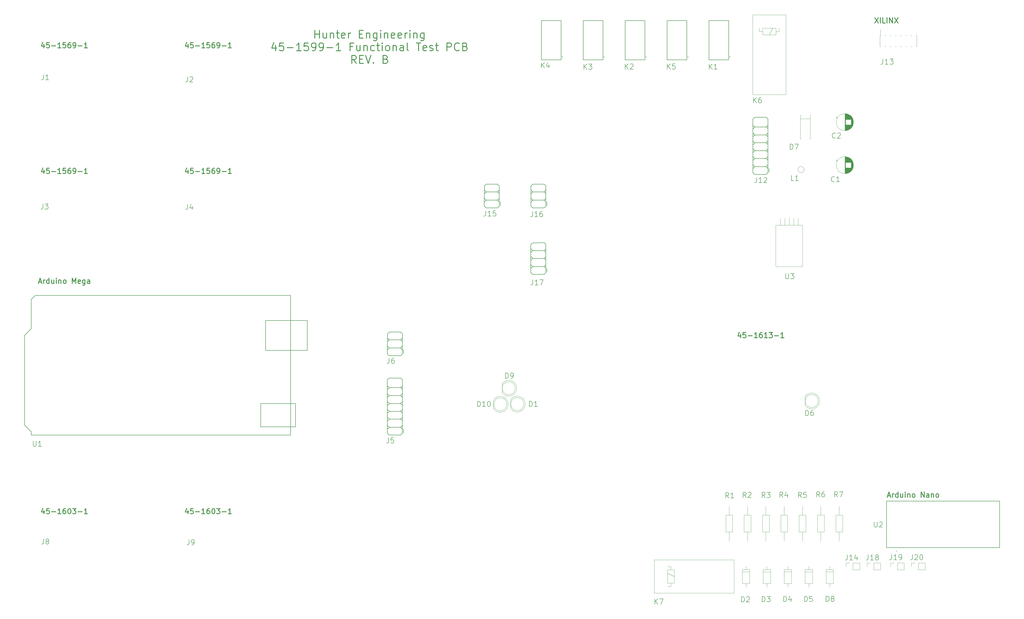
<source format=gbr>
G04 #@! TF.FileFunction,Legend,Top*
%FSLAX46Y46*%
G04 Gerber Fmt 4.6, Leading zero omitted, Abs format (unit mm)*
G04 Created by KiCad (PCBNEW 4.0.6) date 03/06/20 14:39:01*
%MOMM*%
%LPD*%
G01*
G04 APERTURE LIST*
%ADD10C,0.100000*%
%ADD11C,0.300000*%
%ADD12C,0.120000*%
%ADD13C,0.127000*%
%ADD14C,0.200000*%
%ADD15C,0.150000*%
%ADD16C,0.203200*%
G04 APERTURE END LIST*
D10*
D11*
X399352476Y-206327429D02*
X399352476Y-207660762D01*
X398876286Y-205565524D02*
X398400095Y-206994095D01*
X399638191Y-206994095D01*
X401352476Y-205660762D02*
X400400095Y-205660762D01*
X400304857Y-206613143D01*
X400400095Y-206517905D01*
X400590572Y-206422667D01*
X401066762Y-206422667D01*
X401257238Y-206517905D01*
X401352476Y-206613143D01*
X401447715Y-206803619D01*
X401447715Y-207279810D01*
X401352476Y-207470286D01*
X401257238Y-207565524D01*
X401066762Y-207660762D01*
X400590572Y-207660762D01*
X400400095Y-207565524D01*
X400304857Y-207470286D01*
X402304857Y-206898857D02*
X403828667Y-206898857D01*
X405828667Y-207660762D02*
X404685809Y-207660762D01*
X405257238Y-207660762D02*
X405257238Y-205660762D01*
X405066762Y-205946476D01*
X404876286Y-206136952D01*
X404685809Y-206232190D01*
X407542952Y-205660762D02*
X407162000Y-205660762D01*
X406971524Y-205756000D01*
X406876286Y-205851238D01*
X406685809Y-206136952D01*
X406590571Y-206517905D01*
X406590571Y-207279810D01*
X406685809Y-207470286D01*
X406781048Y-207565524D01*
X406971524Y-207660762D01*
X407352476Y-207660762D01*
X407542952Y-207565524D01*
X407638190Y-207470286D01*
X407733429Y-207279810D01*
X407733429Y-206803619D01*
X407638190Y-206613143D01*
X407542952Y-206517905D01*
X407352476Y-206422667D01*
X406971524Y-206422667D01*
X406781048Y-206517905D01*
X406685809Y-206613143D01*
X406590571Y-206803619D01*
X409638191Y-207660762D02*
X408495333Y-207660762D01*
X409066762Y-207660762D02*
X409066762Y-205660762D01*
X408876286Y-205946476D01*
X408685810Y-206136952D01*
X408495333Y-206232190D01*
X410304857Y-205660762D02*
X411542953Y-205660762D01*
X410876286Y-206422667D01*
X411162000Y-206422667D01*
X411352476Y-206517905D01*
X411447714Y-206613143D01*
X411542953Y-206803619D01*
X411542953Y-207279810D01*
X411447714Y-207470286D01*
X411352476Y-207565524D01*
X411162000Y-207660762D01*
X410590572Y-207660762D01*
X410400095Y-207565524D01*
X410304857Y-207470286D01*
X412400095Y-206898857D02*
X413923905Y-206898857D01*
X415923905Y-207660762D02*
X414781047Y-207660762D01*
X415352476Y-207660762D02*
X415352476Y-205660762D01*
X415162000Y-205946476D01*
X414971524Y-206136952D01*
X414781047Y-206232190D01*
X450663228Y-85417162D02*
X451996562Y-87417162D01*
X451996562Y-85417162D02*
X450663228Y-87417162D01*
X452758466Y-87417162D02*
X452758466Y-85417162D01*
X454663228Y-87417162D02*
X453710847Y-87417162D01*
X453710847Y-85417162D01*
X455329895Y-87417162D02*
X455329895Y-85417162D01*
X456282276Y-87417162D02*
X456282276Y-85417162D01*
X457425134Y-87417162D01*
X457425134Y-85417162D01*
X458187038Y-85417162D02*
X459520372Y-87417162D01*
X459520372Y-85417162D02*
X458187038Y-87417162D01*
X455613713Y-268049333D02*
X456566094Y-268049333D01*
X455423237Y-268620762D02*
X456089904Y-266620762D01*
X456756571Y-268620762D01*
X457423237Y-268620762D02*
X457423237Y-267287429D01*
X457423237Y-267668381D02*
X457518476Y-267477905D01*
X457613714Y-267382667D01*
X457804190Y-267287429D01*
X457994666Y-267287429D01*
X459518475Y-268620762D02*
X459518475Y-266620762D01*
X459518475Y-268525524D02*
X459327999Y-268620762D01*
X458947047Y-268620762D01*
X458756571Y-268525524D01*
X458661332Y-268430286D01*
X458566094Y-268239810D01*
X458566094Y-267668381D01*
X458661332Y-267477905D01*
X458756571Y-267382667D01*
X458947047Y-267287429D01*
X459327999Y-267287429D01*
X459518475Y-267382667D01*
X461327999Y-267287429D02*
X461327999Y-268620762D01*
X460470856Y-267287429D02*
X460470856Y-268335048D01*
X460566095Y-268525524D01*
X460756571Y-268620762D01*
X461042285Y-268620762D01*
X461232761Y-268525524D01*
X461327999Y-268430286D01*
X462280380Y-268620762D02*
X462280380Y-267287429D01*
X462280380Y-266620762D02*
X462185142Y-266716000D01*
X462280380Y-266811238D01*
X462375619Y-266716000D01*
X462280380Y-266620762D01*
X462280380Y-266811238D01*
X463232761Y-267287429D02*
X463232761Y-268620762D01*
X463232761Y-267477905D02*
X463328000Y-267382667D01*
X463518476Y-267287429D01*
X463804190Y-267287429D01*
X463994666Y-267382667D01*
X464089904Y-267573143D01*
X464089904Y-268620762D01*
X465328000Y-268620762D02*
X465137524Y-268525524D01*
X465042285Y-268430286D01*
X464947047Y-268239810D01*
X464947047Y-267668381D01*
X465042285Y-267477905D01*
X465137524Y-267382667D01*
X465328000Y-267287429D01*
X465613714Y-267287429D01*
X465804190Y-267382667D01*
X465899428Y-267477905D01*
X465994666Y-267668381D01*
X465994666Y-268239810D01*
X465899428Y-268430286D01*
X465804190Y-268525524D01*
X465613714Y-268620762D01*
X465328000Y-268620762D01*
X468375619Y-268620762D02*
X468375619Y-266620762D01*
X469518477Y-268620762D01*
X469518477Y-266620762D01*
X471328000Y-268620762D02*
X471328000Y-267573143D01*
X471232762Y-267382667D01*
X471042286Y-267287429D01*
X470661334Y-267287429D01*
X470470857Y-267382667D01*
X471328000Y-268525524D02*
X471137524Y-268620762D01*
X470661334Y-268620762D01*
X470470857Y-268525524D01*
X470375619Y-268335048D01*
X470375619Y-268144571D01*
X470470857Y-267954095D01*
X470661334Y-267858857D01*
X471137524Y-267858857D01*
X471328000Y-267763619D01*
X472280381Y-267287429D02*
X472280381Y-268620762D01*
X472280381Y-267477905D02*
X472375620Y-267382667D01*
X472566096Y-267287429D01*
X472851810Y-267287429D01*
X473042286Y-267382667D01*
X473137524Y-267573143D01*
X473137524Y-268620762D01*
X474375620Y-268620762D02*
X474185144Y-268525524D01*
X474089905Y-268430286D01*
X473994667Y-268239810D01*
X473994667Y-267668381D01*
X474089905Y-267477905D01*
X474185144Y-267382667D01*
X474375620Y-267287429D01*
X474661334Y-267287429D01*
X474851810Y-267382667D01*
X474947048Y-267477905D01*
X475042286Y-267668381D01*
X475042286Y-268239810D01*
X474947048Y-268430286D01*
X474851810Y-268525524D01*
X474661334Y-268620762D01*
X474375620Y-268620762D01*
X188329276Y-273571429D02*
X188329276Y-274904762D01*
X187853086Y-272809524D02*
X187376895Y-274238095D01*
X188614991Y-274238095D01*
X190329276Y-272904762D02*
X189376895Y-272904762D01*
X189281657Y-273857143D01*
X189376895Y-273761905D01*
X189567372Y-273666667D01*
X190043562Y-273666667D01*
X190234038Y-273761905D01*
X190329276Y-273857143D01*
X190424515Y-274047619D01*
X190424515Y-274523810D01*
X190329276Y-274714286D01*
X190234038Y-274809524D01*
X190043562Y-274904762D01*
X189567372Y-274904762D01*
X189376895Y-274809524D01*
X189281657Y-274714286D01*
X191281657Y-274142857D02*
X192805467Y-274142857D01*
X194805467Y-274904762D02*
X193662609Y-274904762D01*
X194234038Y-274904762D02*
X194234038Y-272904762D01*
X194043562Y-273190476D01*
X193853086Y-273380952D01*
X193662609Y-273476190D01*
X196519752Y-272904762D02*
X196138800Y-272904762D01*
X195948324Y-273000000D01*
X195853086Y-273095238D01*
X195662609Y-273380952D01*
X195567371Y-273761905D01*
X195567371Y-274523810D01*
X195662609Y-274714286D01*
X195757848Y-274809524D01*
X195948324Y-274904762D01*
X196329276Y-274904762D01*
X196519752Y-274809524D01*
X196614990Y-274714286D01*
X196710229Y-274523810D01*
X196710229Y-274047619D01*
X196614990Y-273857143D01*
X196519752Y-273761905D01*
X196329276Y-273666667D01*
X195948324Y-273666667D01*
X195757848Y-273761905D01*
X195662609Y-273857143D01*
X195567371Y-274047619D01*
X197948324Y-272904762D02*
X198138800Y-272904762D01*
X198329276Y-273000000D01*
X198424514Y-273095238D01*
X198519752Y-273285714D01*
X198614991Y-273666667D01*
X198614991Y-274142857D01*
X198519752Y-274523810D01*
X198424514Y-274714286D01*
X198329276Y-274809524D01*
X198138800Y-274904762D01*
X197948324Y-274904762D01*
X197757848Y-274809524D01*
X197662610Y-274714286D01*
X197567371Y-274523810D01*
X197472133Y-274142857D01*
X197472133Y-273666667D01*
X197567371Y-273285714D01*
X197662610Y-273095238D01*
X197757848Y-273000000D01*
X197948324Y-272904762D01*
X199281657Y-272904762D02*
X200519753Y-272904762D01*
X199853086Y-273666667D01*
X200138800Y-273666667D01*
X200329276Y-273761905D01*
X200424514Y-273857143D01*
X200519753Y-274047619D01*
X200519753Y-274523810D01*
X200424514Y-274714286D01*
X200329276Y-274809524D01*
X200138800Y-274904762D01*
X199567372Y-274904762D01*
X199376895Y-274809524D01*
X199281657Y-274714286D01*
X201376895Y-274142857D02*
X202900705Y-274142857D01*
X204900705Y-274904762D02*
X203757847Y-274904762D01*
X204329276Y-274904762D02*
X204329276Y-272904762D01*
X204138800Y-273190476D01*
X203948324Y-273380952D01*
X203757847Y-273476190D01*
X133363676Y-273571429D02*
X133363676Y-274904762D01*
X132887486Y-272809524D02*
X132411295Y-274238095D01*
X133649391Y-274238095D01*
X135363676Y-272904762D02*
X134411295Y-272904762D01*
X134316057Y-273857143D01*
X134411295Y-273761905D01*
X134601772Y-273666667D01*
X135077962Y-273666667D01*
X135268438Y-273761905D01*
X135363676Y-273857143D01*
X135458915Y-274047619D01*
X135458915Y-274523810D01*
X135363676Y-274714286D01*
X135268438Y-274809524D01*
X135077962Y-274904762D01*
X134601772Y-274904762D01*
X134411295Y-274809524D01*
X134316057Y-274714286D01*
X136316057Y-274142857D02*
X137839867Y-274142857D01*
X139839867Y-274904762D02*
X138697009Y-274904762D01*
X139268438Y-274904762D02*
X139268438Y-272904762D01*
X139077962Y-273190476D01*
X138887486Y-273380952D01*
X138697009Y-273476190D01*
X141554152Y-272904762D02*
X141173200Y-272904762D01*
X140982724Y-273000000D01*
X140887486Y-273095238D01*
X140697009Y-273380952D01*
X140601771Y-273761905D01*
X140601771Y-274523810D01*
X140697009Y-274714286D01*
X140792248Y-274809524D01*
X140982724Y-274904762D01*
X141363676Y-274904762D01*
X141554152Y-274809524D01*
X141649390Y-274714286D01*
X141744629Y-274523810D01*
X141744629Y-274047619D01*
X141649390Y-273857143D01*
X141554152Y-273761905D01*
X141363676Y-273666667D01*
X140982724Y-273666667D01*
X140792248Y-273761905D01*
X140697009Y-273857143D01*
X140601771Y-274047619D01*
X142982724Y-272904762D02*
X143173200Y-272904762D01*
X143363676Y-273000000D01*
X143458914Y-273095238D01*
X143554152Y-273285714D01*
X143649391Y-273666667D01*
X143649391Y-274142857D01*
X143554152Y-274523810D01*
X143458914Y-274714286D01*
X143363676Y-274809524D01*
X143173200Y-274904762D01*
X142982724Y-274904762D01*
X142792248Y-274809524D01*
X142697010Y-274714286D01*
X142601771Y-274523810D01*
X142506533Y-274142857D01*
X142506533Y-273666667D01*
X142601771Y-273285714D01*
X142697010Y-273095238D01*
X142792248Y-273000000D01*
X142982724Y-272904762D01*
X144316057Y-272904762D02*
X145554153Y-272904762D01*
X144887486Y-273666667D01*
X145173200Y-273666667D01*
X145363676Y-273761905D01*
X145458914Y-273857143D01*
X145554153Y-274047619D01*
X145554153Y-274523810D01*
X145458914Y-274714286D01*
X145363676Y-274809524D01*
X145173200Y-274904762D01*
X144601772Y-274904762D01*
X144411295Y-274809524D01*
X144316057Y-274714286D01*
X146411295Y-274142857D02*
X147935105Y-274142857D01*
X149935105Y-274904762D02*
X148792247Y-274904762D01*
X149363676Y-274904762D02*
X149363676Y-272904762D01*
X149173200Y-273190476D01*
X148982724Y-273380952D01*
X148792247Y-273476190D01*
X131411294Y-186333333D02*
X132363675Y-186333333D01*
X131220818Y-186904762D02*
X131887485Y-184904762D01*
X132554152Y-186904762D01*
X133220818Y-186904762D02*
X133220818Y-185571429D01*
X133220818Y-185952381D02*
X133316057Y-185761905D01*
X133411295Y-185666667D01*
X133601771Y-185571429D01*
X133792247Y-185571429D01*
X135316056Y-186904762D02*
X135316056Y-184904762D01*
X135316056Y-186809524D02*
X135125580Y-186904762D01*
X134744628Y-186904762D01*
X134554152Y-186809524D01*
X134458913Y-186714286D01*
X134363675Y-186523810D01*
X134363675Y-185952381D01*
X134458913Y-185761905D01*
X134554152Y-185666667D01*
X134744628Y-185571429D01*
X135125580Y-185571429D01*
X135316056Y-185666667D01*
X137125580Y-185571429D02*
X137125580Y-186904762D01*
X136268437Y-185571429D02*
X136268437Y-186619048D01*
X136363676Y-186809524D01*
X136554152Y-186904762D01*
X136839866Y-186904762D01*
X137030342Y-186809524D01*
X137125580Y-186714286D01*
X138077961Y-186904762D02*
X138077961Y-185571429D01*
X138077961Y-184904762D02*
X137982723Y-185000000D01*
X138077961Y-185095238D01*
X138173200Y-185000000D01*
X138077961Y-184904762D01*
X138077961Y-185095238D01*
X139030342Y-185571429D02*
X139030342Y-186904762D01*
X139030342Y-185761905D02*
X139125581Y-185666667D01*
X139316057Y-185571429D01*
X139601771Y-185571429D01*
X139792247Y-185666667D01*
X139887485Y-185857143D01*
X139887485Y-186904762D01*
X141125581Y-186904762D02*
X140935105Y-186809524D01*
X140839866Y-186714286D01*
X140744628Y-186523810D01*
X140744628Y-185952381D01*
X140839866Y-185761905D01*
X140935105Y-185666667D01*
X141125581Y-185571429D01*
X141411295Y-185571429D01*
X141601771Y-185666667D01*
X141697009Y-185761905D01*
X141792247Y-185952381D01*
X141792247Y-186523810D01*
X141697009Y-186714286D01*
X141601771Y-186809524D01*
X141411295Y-186904762D01*
X141125581Y-186904762D01*
X144173200Y-186904762D02*
X144173200Y-184904762D01*
X144839867Y-186333333D01*
X145506534Y-184904762D01*
X145506534Y-186904762D01*
X147220819Y-186809524D02*
X147030343Y-186904762D01*
X146649391Y-186904762D01*
X146458914Y-186809524D01*
X146363676Y-186619048D01*
X146363676Y-185857143D01*
X146458914Y-185666667D01*
X146649391Y-185571429D01*
X147030343Y-185571429D01*
X147220819Y-185666667D01*
X147316057Y-185857143D01*
X147316057Y-186047619D01*
X146363676Y-186238095D01*
X149030343Y-185571429D02*
X149030343Y-187190476D01*
X148935105Y-187380952D01*
X148839867Y-187476190D01*
X148649391Y-187571429D01*
X148363677Y-187571429D01*
X148173200Y-187476190D01*
X149030343Y-186809524D02*
X148839867Y-186904762D01*
X148458915Y-186904762D01*
X148268439Y-186809524D01*
X148173200Y-186714286D01*
X148077962Y-186523810D01*
X148077962Y-185952381D01*
X148173200Y-185761905D01*
X148268439Y-185666667D01*
X148458915Y-185571429D01*
X148839867Y-185571429D01*
X149030343Y-185666667D01*
X150839867Y-186904762D02*
X150839867Y-185857143D01*
X150744629Y-185666667D01*
X150554153Y-185571429D01*
X150173201Y-185571429D01*
X149982724Y-185666667D01*
X150839867Y-186809524D02*
X150649391Y-186904762D01*
X150173201Y-186904762D01*
X149982724Y-186809524D01*
X149887486Y-186619048D01*
X149887486Y-186428571D01*
X149982724Y-186238095D01*
X150173201Y-186142857D01*
X150649391Y-186142857D01*
X150839867Y-186047619D01*
X188329276Y-143571429D02*
X188329276Y-144904762D01*
X187853086Y-142809524D02*
X187376895Y-144238095D01*
X188614991Y-144238095D01*
X190329276Y-142904762D02*
X189376895Y-142904762D01*
X189281657Y-143857143D01*
X189376895Y-143761905D01*
X189567372Y-143666667D01*
X190043562Y-143666667D01*
X190234038Y-143761905D01*
X190329276Y-143857143D01*
X190424515Y-144047619D01*
X190424515Y-144523810D01*
X190329276Y-144714286D01*
X190234038Y-144809524D01*
X190043562Y-144904762D01*
X189567372Y-144904762D01*
X189376895Y-144809524D01*
X189281657Y-144714286D01*
X191281657Y-144142857D02*
X192805467Y-144142857D01*
X194805467Y-144904762D02*
X193662609Y-144904762D01*
X194234038Y-144904762D02*
X194234038Y-142904762D01*
X194043562Y-143190476D01*
X193853086Y-143380952D01*
X193662609Y-143476190D01*
X196614990Y-142904762D02*
X195662609Y-142904762D01*
X195567371Y-143857143D01*
X195662609Y-143761905D01*
X195853086Y-143666667D01*
X196329276Y-143666667D01*
X196519752Y-143761905D01*
X196614990Y-143857143D01*
X196710229Y-144047619D01*
X196710229Y-144523810D01*
X196614990Y-144714286D01*
X196519752Y-144809524D01*
X196329276Y-144904762D01*
X195853086Y-144904762D01*
X195662609Y-144809524D01*
X195567371Y-144714286D01*
X198424514Y-142904762D02*
X198043562Y-142904762D01*
X197853086Y-143000000D01*
X197757848Y-143095238D01*
X197567371Y-143380952D01*
X197472133Y-143761905D01*
X197472133Y-144523810D01*
X197567371Y-144714286D01*
X197662610Y-144809524D01*
X197853086Y-144904762D01*
X198234038Y-144904762D01*
X198424514Y-144809524D01*
X198519752Y-144714286D01*
X198614991Y-144523810D01*
X198614991Y-144047619D01*
X198519752Y-143857143D01*
X198424514Y-143761905D01*
X198234038Y-143666667D01*
X197853086Y-143666667D01*
X197662610Y-143761905D01*
X197567371Y-143857143D01*
X197472133Y-144047619D01*
X199567372Y-144904762D02*
X199948324Y-144904762D01*
X200138800Y-144809524D01*
X200234038Y-144714286D01*
X200424514Y-144428571D01*
X200519753Y-144047619D01*
X200519753Y-143285714D01*
X200424514Y-143095238D01*
X200329276Y-143000000D01*
X200138800Y-142904762D01*
X199757848Y-142904762D01*
X199567372Y-143000000D01*
X199472133Y-143095238D01*
X199376895Y-143285714D01*
X199376895Y-143761905D01*
X199472133Y-143952381D01*
X199567372Y-144047619D01*
X199757848Y-144142857D01*
X200138800Y-144142857D01*
X200329276Y-144047619D01*
X200424514Y-143952381D01*
X200519753Y-143761905D01*
X201376895Y-144142857D02*
X202900705Y-144142857D01*
X204900705Y-144904762D02*
X203757847Y-144904762D01*
X204329276Y-144904762D02*
X204329276Y-142904762D01*
X204138800Y-143190476D01*
X203948324Y-143380952D01*
X203757847Y-143476190D01*
X133363676Y-143571429D02*
X133363676Y-144904762D01*
X132887486Y-142809524D02*
X132411295Y-144238095D01*
X133649391Y-144238095D01*
X135363676Y-142904762D02*
X134411295Y-142904762D01*
X134316057Y-143857143D01*
X134411295Y-143761905D01*
X134601772Y-143666667D01*
X135077962Y-143666667D01*
X135268438Y-143761905D01*
X135363676Y-143857143D01*
X135458915Y-144047619D01*
X135458915Y-144523810D01*
X135363676Y-144714286D01*
X135268438Y-144809524D01*
X135077962Y-144904762D01*
X134601772Y-144904762D01*
X134411295Y-144809524D01*
X134316057Y-144714286D01*
X136316057Y-144142857D02*
X137839867Y-144142857D01*
X139839867Y-144904762D02*
X138697009Y-144904762D01*
X139268438Y-144904762D02*
X139268438Y-142904762D01*
X139077962Y-143190476D01*
X138887486Y-143380952D01*
X138697009Y-143476190D01*
X141649390Y-142904762D02*
X140697009Y-142904762D01*
X140601771Y-143857143D01*
X140697009Y-143761905D01*
X140887486Y-143666667D01*
X141363676Y-143666667D01*
X141554152Y-143761905D01*
X141649390Y-143857143D01*
X141744629Y-144047619D01*
X141744629Y-144523810D01*
X141649390Y-144714286D01*
X141554152Y-144809524D01*
X141363676Y-144904762D01*
X140887486Y-144904762D01*
X140697009Y-144809524D01*
X140601771Y-144714286D01*
X143458914Y-142904762D02*
X143077962Y-142904762D01*
X142887486Y-143000000D01*
X142792248Y-143095238D01*
X142601771Y-143380952D01*
X142506533Y-143761905D01*
X142506533Y-144523810D01*
X142601771Y-144714286D01*
X142697010Y-144809524D01*
X142887486Y-144904762D01*
X143268438Y-144904762D01*
X143458914Y-144809524D01*
X143554152Y-144714286D01*
X143649391Y-144523810D01*
X143649391Y-144047619D01*
X143554152Y-143857143D01*
X143458914Y-143761905D01*
X143268438Y-143666667D01*
X142887486Y-143666667D01*
X142697010Y-143761905D01*
X142601771Y-143857143D01*
X142506533Y-144047619D01*
X144601772Y-144904762D02*
X144982724Y-144904762D01*
X145173200Y-144809524D01*
X145268438Y-144714286D01*
X145458914Y-144428571D01*
X145554153Y-144047619D01*
X145554153Y-143285714D01*
X145458914Y-143095238D01*
X145363676Y-143000000D01*
X145173200Y-142904762D01*
X144792248Y-142904762D01*
X144601772Y-143000000D01*
X144506533Y-143095238D01*
X144411295Y-143285714D01*
X144411295Y-143761905D01*
X144506533Y-143952381D01*
X144601772Y-144047619D01*
X144792248Y-144142857D01*
X145173200Y-144142857D01*
X145363676Y-144047619D01*
X145458914Y-143952381D01*
X145554153Y-143761905D01*
X146411295Y-144142857D02*
X147935105Y-144142857D01*
X149935105Y-144904762D02*
X148792247Y-144904762D01*
X149363676Y-144904762D02*
X149363676Y-142904762D01*
X149173200Y-143190476D01*
X148982724Y-143380952D01*
X148792247Y-143476190D01*
X188329276Y-95571429D02*
X188329276Y-96904762D01*
X187853086Y-94809524D02*
X187376895Y-96238095D01*
X188614991Y-96238095D01*
X190329276Y-94904762D02*
X189376895Y-94904762D01*
X189281657Y-95857143D01*
X189376895Y-95761905D01*
X189567372Y-95666667D01*
X190043562Y-95666667D01*
X190234038Y-95761905D01*
X190329276Y-95857143D01*
X190424515Y-96047619D01*
X190424515Y-96523810D01*
X190329276Y-96714286D01*
X190234038Y-96809524D01*
X190043562Y-96904762D01*
X189567372Y-96904762D01*
X189376895Y-96809524D01*
X189281657Y-96714286D01*
X191281657Y-96142857D02*
X192805467Y-96142857D01*
X194805467Y-96904762D02*
X193662609Y-96904762D01*
X194234038Y-96904762D02*
X194234038Y-94904762D01*
X194043562Y-95190476D01*
X193853086Y-95380952D01*
X193662609Y-95476190D01*
X196614990Y-94904762D02*
X195662609Y-94904762D01*
X195567371Y-95857143D01*
X195662609Y-95761905D01*
X195853086Y-95666667D01*
X196329276Y-95666667D01*
X196519752Y-95761905D01*
X196614990Y-95857143D01*
X196710229Y-96047619D01*
X196710229Y-96523810D01*
X196614990Y-96714286D01*
X196519752Y-96809524D01*
X196329276Y-96904762D01*
X195853086Y-96904762D01*
X195662609Y-96809524D01*
X195567371Y-96714286D01*
X198424514Y-94904762D02*
X198043562Y-94904762D01*
X197853086Y-95000000D01*
X197757848Y-95095238D01*
X197567371Y-95380952D01*
X197472133Y-95761905D01*
X197472133Y-96523810D01*
X197567371Y-96714286D01*
X197662610Y-96809524D01*
X197853086Y-96904762D01*
X198234038Y-96904762D01*
X198424514Y-96809524D01*
X198519752Y-96714286D01*
X198614991Y-96523810D01*
X198614991Y-96047619D01*
X198519752Y-95857143D01*
X198424514Y-95761905D01*
X198234038Y-95666667D01*
X197853086Y-95666667D01*
X197662610Y-95761905D01*
X197567371Y-95857143D01*
X197472133Y-96047619D01*
X199567372Y-96904762D02*
X199948324Y-96904762D01*
X200138800Y-96809524D01*
X200234038Y-96714286D01*
X200424514Y-96428571D01*
X200519753Y-96047619D01*
X200519753Y-95285714D01*
X200424514Y-95095238D01*
X200329276Y-95000000D01*
X200138800Y-94904762D01*
X199757848Y-94904762D01*
X199567372Y-95000000D01*
X199472133Y-95095238D01*
X199376895Y-95285714D01*
X199376895Y-95761905D01*
X199472133Y-95952381D01*
X199567372Y-96047619D01*
X199757848Y-96142857D01*
X200138800Y-96142857D01*
X200329276Y-96047619D01*
X200424514Y-95952381D01*
X200519753Y-95761905D01*
X201376895Y-96142857D02*
X202900705Y-96142857D01*
X204900705Y-96904762D02*
X203757847Y-96904762D01*
X204329276Y-96904762D02*
X204329276Y-94904762D01*
X204138800Y-95190476D01*
X203948324Y-95380952D01*
X203757847Y-95476190D01*
X133363676Y-95571429D02*
X133363676Y-96904762D01*
X132887486Y-94809524D02*
X132411295Y-96238095D01*
X133649391Y-96238095D01*
X135363676Y-94904762D02*
X134411295Y-94904762D01*
X134316057Y-95857143D01*
X134411295Y-95761905D01*
X134601772Y-95666667D01*
X135077962Y-95666667D01*
X135268438Y-95761905D01*
X135363676Y-95857143D01*
X135458915Y-96047619D01*
X135458915Y-96523810D01*
X135363676Y-96714286D01*
X135268438Y-96809524D01*
X135077962Y-96904762D01*
X134601772Y-96904762D01*
X134411295Y-96809524D01*
X134316057Y-96714286D01*
X136316057Y-96142857D02*
X137839867Y-96142857D01*
X139839867Y-96904762D02*
X138697009Y-96904762D01*
X139268438Y-96904762D02*
X139268438Y-94904762D01*
X139077962Y-95190476D01*
X138887486Y-95380952D01*
X138697009Y-95476190D01*
X141649390Y-94904762D02*
X140697009Y-94904762D01*
X140601771Y-95857143D01*
X140697009Y-95761905D01*
X140887486Y-95666667D01*
X141363676Y-95666667D01*
X141554152Y-95761905D01*
X141649390Y-95857143D01*
X141744629Y-96047619D01*
X141744629Y-96523810D01*
X141649390Y-96714286D01*
X141554152Y-96809524D01*
X141363676Y-96904762D01*
X140887486Y-96904762D01*
X140697009Y-96809524D01*
X140601771Y-96714286D01*
X143458914Y-94904762D02*
X143077962Y-94904762D01*
X142887486Y-95000000D01*
X142792248Y-95095238D01*
X142601771Y-95380952D01*
X142506533Y-95761905D01*
X142506533Y-96523810D01*
X142601771Y-96714286D01*
X142697010Y-96809524D01*
X142887486Y-96904762D01*
X143268438Y-96904762D01*
X143458914Y-96809524D01*
X143554152Y-96714286D01*
X143649391Y-96523810D01*
X143649391Y-96047619D01*
X143554152Y-95857143D01*
X143458914Y-95761905D01*
X143268438Y-95666667D01*
X142887486Y-95666667D01*
X142697010Y-95761905D01*
X142601771Y-95857143D01*
X142506533Y-96047619D01*
X144601772Y-96904762D02*
X144982724Y-96904762D01*
X145173200Y-96809524D01*
X145268438Y-96714286D01*
X145458914Y-96428571D01*
X145554153Y-96047619D01*
X145554153Y-95285714D01*
X145458914Y-95095238D01*
X145363676Y-95000000D01*
X145173200Y-94904762D01*
X144792248Y-94904762D01*
X144601772Y-95000000D01*
X144506533Y-95095238D01*
X144411295Y-95285714D01*
X144411295Y-95761905D01*
X144506533Y-95952381D01*
X144601772Y-96047619D01*
X144792248Y-96142857D01*
X145173200Y-96142857D01*
X145363676Y-96047619D01*
X145458914Y-95952381D01*
X145554153Y-95761905D01*
X146411295Y-96142857D02*
X147935105Y-96142857D01*
X149935105Y-96904762D02*
X148792247Y-96904762D01*
X149363676Y-96904762D02*
X149363676Y-94904762D01*
X149173200Y-95190476D01*
X148982724Y-95380952D01*
X148792247Y-95476190D01*
X236825856Y-93204143D02*
X236825856Y-90204143D01*
X236825856Y-91632714D02*
X238540141Y-91632714D01*
X238540141Y-93204143D02*
X238540141Y-90204143D01*
X241254427Y-91204143D02*
X241254427Y-93204143D01*
X239968713Y-91204143D02*
X239968713Y-92775571D01*
X240111570Y-93061286D01*
X240397284Y-93204143D01*
X240825856Y-93204143D01*
X241111570Y-93061286D01*
X241254427Y-92918429D01*
X242682999Y-91204143D02*
X242682999Y-93204143D01*
X242682999Y-91489857D02*
X242825856Y-91347000D01*
X243111570Y-91204143D01*
X243540142Y-91204143D01*
X243825856Y-91347000D01*
X243968713Y-91632714D01*
X243968713Y-93204143D01*
X244968713Y-91204143D02*
X246111570Y-91204143D01*
X245397285Y-90204143D02*
X245397285Y-92775571D01*
X245540142Y-93061286D01*
X245825856Y-93204143D01*
X246111570Y-93204143D01*
X248254428Y-93061286D02*
X247968714Y-93204143D01*
X247397285Y-93204143D01*
X247111571Y-93061286D01*
X246968714Y-92775571D01*
X246968714Y-91632714D01*
X247111571Y-91347000D01*
X247397285Y-91204143D01*
X247968714Y-91204143D01*
X248254428Y-91347000D01*
X248397285Y-91632714D01*
X248397285Y-91918429D01*
X246968714Y-92204143D01*
X249683000Y-93204143D02*
X249683000Y-91204143D01*
X249683000Y-91775571D02*
X249825857Y-91489857D01*
X249968714Y-91347000D01*
X250254428Y-91204143D01*
X250540143Y-91204143D01*
X253825857Y-91632714D02*
X254825857Y-91632714D01*
X255254428Y-93204143D02*
X253825857Y-93204143D01*
X253825857Y-90204143D01*
X255254428Y-90204143D01*
X256540143Y-91204143D02*
X256540143Y-93204143D01*
X256540143Y-91489857D02*
X256683000Y-91347000D01*
X256968714Y-91204143D01*
X257397286Y-91204143D01*
X257683000Y-91347000D01*
X257825857Y-91632714D01*
X257825857Y-93204143D01*
X260540143Y-91204143D02*
X260540143Y-93632714D01*
X260397286Y-93918429D01*
X260254429Y-94061286D01*
X259968714Y-94204143D01*
X259540143Y-94204143D01*
X259254429Y-94061286D01*
X260540143Y-93061286D02*
X260254429Y-93204143D01*
X259683000Y-93204143D01*
X259397286Y-93061286D01*
X259254429Y-92918429D01*
X259111572Y-92632714D01*
X259111572Y-91775571D01*
X259254429Y-91489857D01*
X259397286Y-91347000D01*
X259683000Y-91204143D01*
X260254429Y-91204143D01*
X260540143Y-91347000D01*
X261968715Y-93204143D02*
X261968715Y-91204143D01*
X261968715Y-90204143D02*
X261825858Y-90347000D01*
X261968715Y-90489857D01*
X262111572Y-90347000D01*
X261968715Y-90204143D01*
X261968715Y-90489857D01*
X263397286Y-91204143D02*
X263397286Y-93204143D01*
X263397286Y-91489857D02*
X263540143Y-91347000D01*
X263825857Y-91204143D01*
X264254429Y-91204143D01*
X264540143Y-91347000D01*
X264683000Y-91632714D01*
X264683000Y-93204143D01*
X267254429Y-93061286D02*
X266968715Y-93204143D01*
X266397286Y-93204143D01*
X266111572Y-93061286D01*
X265968715Y-92775571D01*
X265968715Y-91632714D01*
X266111572Y-91347000D01*
X266397286Y-91204143D01*
X266968715Y-91204143D01*
X267254429Y-91347000D01*
X267397286Y-91632714D01*
X267397286Y-91918429D01*
X265968715Y-92204143D01*
X269825858Y-93061286D02*
X269540144Y-93204143D01*
X268968715Y-93204143D01*
X268683001Y-93061286D01*
X268540144Y-92775571D01*
X268540144Y-91632714D01*
X268683001Y-91347000D01*
X268968715Y-91204143D01*
X269540144Y-91204143D01*
X269825858Y-91347000D01*
X269968715Y-91632714D01*
X269968715Y-91918429D01*
X268540144Y-92204143D01*
X271254430Y-93204143D02*
X271254430Y-91204143D01*
X271254430Y-91775571D02*
X271397287Y-91489857D01*
X271540144Y-91347000D01*
X271825858Y-91204143D01*
X272111573Y-91204143D01*
X273111573Y-93204143D02*
X273111573Y-91204143D01*
X273111573Y-90204143D02*
X272968716Y-90347000D01*
X273111573Y-90489857D01*
X273254430Y-90347000D01*
X273111573Y-90204143D01*
X273111573Y-90489857D01*
X274540144Y-91204143D02*
X274540144Y-93204143D01*
X274540144Y-91489857D02*
X274683001Y-91347000D01*
X274968715Y-91204143D01*
X275397287Y-91204143D01*
X275683001Y-91347000D01*
X275825858Y-91632714D01*
X275825858Y-93204143D01*
X278540144Y-91204143D02*
X278540144Y-93632714D01*
X278397287Y-93918429D01*
X278254430Y-94061286D01*
X277968715Y-94204143D01*
X277540144Y-94204143D01*
X277254430Y-94061286D01*
X278540144Y-93061286D02*
X278254430Y-93204143D01*
X277683001Y-93204143D01*
X277397287Y-93061286D01*
X277254430Y-92918429D01*
X277111573Y-92632714D01*
X277111573Y-91775571D01*
X277254430Y-91489857D01*
X277397287Y-91347000D01*
X277683001Y-91204143D01*
X278254430Y-91204143D01*
X278540144Y-91347000D01*
X221825856Y-96004143D02*
X221825856Y-98004143D01*
X221111570Y-94861286D02*
X220397285Y-97004143D01*
X222254427Y-97004143D01*
X224825856Y-95004143D02*
X223397285Y-95004143D01*
X223254428Y-96432714D01*
X223397285Y-96289857D01*
X223682999Y-96147000D01*
X224397285Y-96147000D01*
X224682999Y-96289857D01*
X224825856Y-96432714D01*
X224968713Y-96718429D01*
X224968713Y-97432714D01*
X224825856Y-97718429D01*
X224682999Y-97861286D01*
X224397285Y-98004143D01*
X223682999Y-98004143D01*
X223397285Y-97861286D01*
X223254428Y-97718429D01*
X226254428Y-96861286D02*
X228540142Y-96861286D01*
X231540142Y-98004143D02*
X229825857Y-98004143D01*
X230682999Y-98004143D02*
X230682999Y-95004143D01*
X230397285Y-95432714D01*
X230111571Y-95718429D01*
X229825857Y-95861286D01*
X234254428Y-95004143D02*
X232825857Y-95004143D01*
X232683000Y-96432714D01*
X232825857Y-96289857D01*
X233111571Y-96147000D01*
X233825857Y-96147000D01*
X234111571Y-96289857D01*
X234254428Y-96432714D01*
X234397285Y-96718429D01*
X234397285Y-97432714D01*
X234254428Y-97718429D01*
X234111571Y-97861286D01*
X233825857Y-98004143D01*
X233111571Y-98004143D01*
X232825857Y-97861286D01*
X232683000Y-97718429D01*
X235825857Y-98004143D02*
X236397285Y-98004143D01*
X236683000Y-97861286D01*
X236825857Y-97718429D01*
X237111571Y-97289857D01*
X237254428Y-96718429D01*
X237254428Y-95575571D01*
X237111571Y-95289857D01*
X236968714Y-95147000D01*
X236683000Y-95004143D01*
X236111571Y-95004143D01*
X235825857Y-95147000D01*
X235683000Y-95289857D01*
X235540143Y-95575571D01*
X235540143Y-96289857D01*
X235683000Y-96575571D01*
X235825857Y-96718429D01*
X236111571Y-96861286D01*
X236683000Y-96861286D01*
X236968714Y-96718429D01*
X237111571Y-96575571D01*
X237254428Y-96289857D01*
X238683000Y-98004143D02*
X239254428Y-98004143D01*
X239540143Y-97861286D01*
X239683000Y-97718429D01*
X239968714Y-97289857D01*
X240111571Y-96718429D01*
X240111571Y-95575571D01*
X239968714Y-95289857D01*
X239825857Y-95147000D01*
X239540143Y-95004143D01*
X238968714Y-95004143D01*
X238683000Y-95147000D01*
X238540143Y-95289857D01*
X238397286Y-95575571D01*
X238397286Y-96289857D01*
X238540143Y-96575571D01*
X238683000Y-96718429D01*
X238968714Y-96861286D01*
X239540143Y-96861286D01*
X239825857Y-96718429D01*
X239968714Y-96575571D01*
X240111571Y-96289857D01*
X241397286Y-96861286D02*
X243683000Y-96861286D01*
X246683000Y-98004143D02*
X244968715Y-98004143D01*
X245825857Y-98004143D02*
X245825857Y-95004143D01*
X245540143Y-95432714D01*
X245254429Y-95718429D01*
X244968715Y-95861286D01*
X251254429Y-96432714D02*
X250254429Y-96432714D01*
X250254429Y-98004143D02*
X250254429Y-95004143D01*
X251683000Y-95004143D01*
X254111572Y-96004143D02*
X254111572Y-98004143D01*
X252825858Y-96004143D02*
X252825858Y-97575571D01*
X252968715Y-97861286D01*
X253254429Y-98004143D01*
X253683001Y-98004143D01*
X253968715Y-97861286D01*
X254111572Y-97718429D01*
X255540144Y-96004143D02*
X255540144Y-98004143D01*
X255540144Y-96289857D02*
X255683001Y-96147000D01*
X255968715Y-96004143D01*
X256397287Y-96004143D01*
X256683001Y-96147000D01*
X256825858Y-96432714D01*
X256825858Y-98004143D01*
X259540144Y-97861286D02*
X259254430Y-98004143D01*
X258683001Y-98004143D01*
X258397287Y-97861286D01*
X258254430Y-97718429D01*
X258111573Y-97432714D01*
X258111573Y-96575571D01*
X258254430Y-96289857D01*
X258397287Y-96147000D01*
X258683001Y-96004143D01*
X259254430Y-96004143D01*
X259540144Y-96147000D01*
X260397287Y-96004143D02*
X261540144Y-96004143D01*
X260825859Y-95004143D02*
X260825859Y-97575571D01*
X260968716Y-97861286D01*
X261254430Y-98004143D01*
X261540144Y-98004143D01*
X262540145Y-98004143D02*
X262540145Y-96004143D01*
X262540145Y-95004143D02*
X262397288Y-95147000D01*
X262540145Y-95289857D01*
X262683002Y-95147000D01*
X262540145Y-95004143D01*
X262540145Y-95289857D01*
X264397287Y-98004143D02*
X264111573Y-97861286D01*
X263968716Y-97718429D01*
X263825859Y-97432714D01*
X263825859Y-96575571D01*
X263968716Y-96289857D01*
X264111573Y-96147000D01*
X264397287Y-96004143D01*
X264825859Y-96004143D01*
X265111573Y-96147000D01*
X265254430Y-96289857D01*
X265397287Y-96575571D01*
X265397287Y-97432714D01*
X265254430Y-97718429D01*
X265111573Y-97861286D01*
X264825859Y-98004143D01*
X264397287Y-98004143D01*
X266683002Y-96004143D02*
X266683002Y-98004143D01*
X266683002Y-96289857D02*
X266825859Y-96147000D01*
X267111573Y-96004143D01*
X267540145Y-96004143D01*
X267825859Y-96147000D01*
X267968716Y-96432714D01*
X267968716Y-98004143D01*
X270683002Y-98004143D02*
X270683002Y-96432714D01*
X270540145Y-96147000D01*
X270254431Y-96004143D01*
X269683002Y-96004143D01*
X269397288Y-96147000D01*
X270683002Y-97861286D02*
X270397288Y-98004143D01*
X269683002Y-98004143D01*
X269397288Y-97861286D01*
X269254431Y-97575571D01*
X269254431Y-97289857D01*
X269397288Y-97004143D01*
X269683002Y-96861286D01*
X270397288Y-96861286D01*
X270683002Y-96718429D01*
X272540145Y-98004143D02*
X272254431Y-97861286D01*
X272111574Y-97575571D01*
X272111574Y-95004143D01*
X275540145Y-95004143D02*
X277254431Y-95004143D01*
X276397288Y-98004143D02*
X276397288Y-95004143D01*
X279397288Y-97861286D02*
X279111574Y-98004143D01*
X278540145Y-98004143D01*
X278254431Y-97861286D01*
X278111574Y-97575571D01*
X278111574Y-96432714D01*
X278254431Y-96147000D01*
X278540145Y-96004143D01*
X279111574Y-96004143D01*
X279397288Y-96147000D01*
X279540145Y-96432714D01*
X279540145Y-96718429D01*
X278111574Y-97004143D01*
X280683003Y-97861286D02*
X280968717Y-98004143D01*
X281540145Y-98004143D01*
X281825860Y-97861286D01*
X281968717Y-97575571D01*
X281968717Y-97432714D01*
X281825860Y-97147000D01*
X281540145Y-97004143D01*
X281111574Y-97004143D01*
X280825860Y-96861286D01*
X280683003Y-96575571D01*
X280683003Y-96432714D01*
X280825860Y-96147000D01*
X281111574Y-96004143D01*
X281540145Y-96004143D01*
X281825860Y-96147000D01*
X282825859Y-96004143D02*
X283968716Y-96004143D01*
X283254431Y-95004143D02*
X283254431Y-97575571D01*
X283397288Y-97861286D01*
X283683002Y-98004143D01*
X283968716Y-98004143D01*
X287254431Y-98004143D02*
X287254431Y-95004143D01*
X288397288Y-95004143D01*
X288683002Y-95147000D01*
X288825859Y-95289857D01*
X288968716Y-95575571D01*
X288968716Y-96004143D01*
X288825859Y-96289857D01*
X288683002Y-96432714D01*
X288397288Y-96575571D01*
X287254431Y-96575571D01*
X291968716Y-97718429D02*
X291825859Y-97861286D01*
X291397288Y-98004143D01*
X291111574Y-98004143D01*
X290683002Y-97861286D01*
X290397288Y-97575571D01*
X290254431Y-97289857D01*
X290111574Y-96718429D01*
X290111574Y-96289857D01*
X290254431Y-95718429D01*
X290397288Y-95432714D01*
X290683002Y-95147000D01*
X291111574Y-95004143D01*
X291397288Y-95004143D01*
X291825859Y-95147000D01*
X291968716Y-95289857D01*
X294254431Y-96432714D02*
X294683002Y-96575571D01*
X294825859Y-96718429D01*
X294968716Y-97004143D01*
X294968716Y-97432714D01*
X294825859Y-97718429D01*
X294683002Y-97861286D01*
X294397288Y-98004143D01*
X293254431Y-98004143D01*
X293254431Y-95004143D01*
X294254431Y-95004143D01*
X294540145Y-95147000D01*
X294683002Y-95289857D01*
X294825859Y-95575571D01*
X294825859Y-95861286D01*
X294683002Y-96147000D01*
X294540145Y-96289857D01*
X294254431Y-96432714D01*
X293254431Y-96432714D01*
X252611571Y-102804143D02*
X251611571Y-101375571D01*
X250897286Y-102804143D02*
X250897286Y-99804143D01*
X252040143Y-99804143D01*
X252325857Y-99947000D01*
X252468714Y-100089857D01*
X252611571Y-100375571D01*
X252611571Y-100804143D01*
X252468714Y-101089857D01*
X252325857Y-101232714D01*
X252040143Y-101375571D01*
X250897286Y-101375571D01*
X253897286Y-101232714D02*
X254897286Y-101232714D01*
X255325857Y-102804143D02*
X253897286Y-102804143D01*
X253897286Y-99804143D01*
X255325857Y-99804143D01*
X256183000Y-99804143D02*
X257183000Y-102804143D01*
X258183000Y-99804143D01*
X259183001Y-102518429D02*
X259325858Y-102661286D01*
X259183001Y-102804143D01*
X259040144Y-102661286D01*
X259183001Y-102518429D01*
X259183001Y-102804143D01*
X263897286Y-101232714D02*
X264325857Y-101375571D01*
X264468714Y-101518429D01*
X264611571Y-101804143D01*
X264611571Y-102232714D01*
X264468714Y-102518429D01*
X264325857Y-102661286D01*
X264040143Y-102804143D01*
X262897286Y-102804143D01*
X262897286Y-99804143D01*
X263897286Y-99804143D01*
X264183000Y-99947000D01*
X264325857Y-100089857D01*
X264468714Y-100375571D01*
X264468714Y-100661286D01*
X264325857Y-100947000D01*
X264183000Y-101089857D01*
X263897286Y-101232714D01*
X262897286Y-101232714D01*
D12*
X442520000Y-141707000D02*
G75*
G03X442520000Y-141707000I-3270000J0D01*
G01*
X439250000Y-138477000D02*
X439250000Y-144937000D01*
X439290000Y-138477000D02*
X439290000Y-144937000D01*
X439330000Y-138477000D02*
X439330000Y-144937000D01*
X439370000Y-138479000D02*
X439370000Y-144935000D01*
X439410000Y-138480000D02*
X439410000Y-144934000D01*
X439450000Y-138483000D02*
X439450000Y-144931000D01*
X439490000Y-138485000D02*
X439490000Y-140667000D01*
X439490000Y-142747000D02*
X439490000Y-144929000D01*
X439530000Y-138489000D02*
X439530000Y-140667000D01*
X439530000Y-142747000D02*
X439530000Y-144925000D01*
X439570000Y-138492000D02*
X439570000Y-140667000D01*
X439570000Y-142747000D02*
X439570000Y-144922000D01*
X439610000Y-138496000D02*
X439610000Y-140667000D01*
X439610000Y-142747000D02*
X439610000Y-144918000D01*
X439650000Y-138501000D02*
X439650000Y-140667000D01*
X439650000Y-142747000D02*
X439650000Y-144913000D01*
X439690000Y-138506000D02*
X439690000Y-140667000D01*
X439690000Y-142747000D02*
X439690000Y-144908000D01*
X439730000Y-138512000D02*
X439730000Y-140667000D01*
X439730000Y-142747000D02*
X439730000Y-144902000D01*
X439770000Y-138518000D02*
X439770000Y-140667000D01*
X439770000Y-142747000D02*
X439770000Y-144896000D01*
X439810000Y-138525000D02*
X439810000Y-140667000D01*
X439810000Y-142747000D02*
X439810000Y-144889000D01*
X439850000Y-138532000D02*
X439850000Y-140667000D01*
X439850000Y-142747000D02*
X439850000Y-144882000D01*
X439890000Y-138540000D02*
X439890000Y-140667000D01*
X439890000Y-142747000D02*
X439890000Y-144874000D01*
X439930000Y-138548000D02*
X439930000Y-140667000D01*
X439930000Y-142747000D02*
X439930000Y-144866000D01*
X439971000Y-138557000D02*
X439971000Y-140667000D01*
X439971000Y-142747000D02*
X439971000Y-144857000D01*
X440011000Y-138566000D02*
X440011000Y-140667000D01*
X440011000Y-142747000D02*
X440011000Y-144848000D01*
X440051000Y-138576000D02*
X440051000Y-140667000D01*
X440051000Y-142747000D02*
X440051000Y-144838000D01*
X440091000Y-138586000D02*
X440091000Y-140667000D01*
X440091000Y-142747000D02*
X440091000Y-144828000D01*
X440131000Y-138597000D02*
X440131000Y-140667000D01*
X440131000Y-142747000D02*
X440131000Y-144817000D01*
X440171000Y-138609000D02*
X440171000Y-140667000D01*
X440171000Y-142747000D02*
X440171000Y-144805000D01*
X440211000Y-138621000D02*
X440211000Y-140667000D01*
X440211000Y-142747000D02*
X440211000Y-144793000D01*
X440251000Y-138633000D02*
X440251000Y-140667000D01*
X440251000Y-142747000D02*
X440251000Y-144781000D01*
X440291000Y-138646000D02*
X440291000Y-140667000D01*
X440291000Y-142747000D02*
X440291000Y-144768000D01*
X440331000Y-138660000D02*
X440331000Y-140667000D01*
X440331000Y-142747000D02*
X440331000Y-144754000D01*
X440371000Y-138674000D02*
X440371000Y-140667000D01*
X440371000Y-142747000D02*
X440371000Y-144740000D01*
X440411000Y-138689000D02*
X440411000Y-140667000D01*
X440411000Y-142747000D02*
X440411000Y-144725000D01*
X440451000Y-138705000D02*
X440451000Y-140667000D01*
X440451000Y-142747000D02*
X440451000Y-144709000D01*
X440491000Y-138721000D02*
X440491000Y-140667000D01*
X440491000Y-142747000D02*
X440491000Y-144693000D01*
X440531000Y-138737000D02*
X440531000Y-140667000D01*
X440531000Y-142747000D02*
X440531000Y-144677000D01*
X440571000Y-138755000D02*
X440571000Y-140667000D01*
X440571000Y-142747000D02*
X440571000Y-144659000D01*
X440611000Y-138773000D02*
X440611000Y-140667000D01*
X440611000Y-142747000D02*
X440611000Y-144641000D01*
X440651000Y-138791000D02*
X440651000Y-140667000D01*
X440651000Y-142747000D02*
X440651000Y-144623000D01*
X440691000Y-138811000D02*
X440691000Y-140667000D01*
X440691000Y-142747000D02*
X440691000Y-144603000D01*
X440731000Y-138831000D02*
X440731000Y-140667000D01*
X440731000Y-142747000D02*
X440731000Y-144583000D01*
X440771000Y-138851000D02*
X440771000Y-140667000D01*
X440771000Y-142747000D02*
X440771000Y-144563000D01*
X440811000Y-138873000D02*
X440811000Y-140667000D01*
X440811000Y-142747000D02*
X440811000Y-144541000D01*
X440851000Y-138895000D02*
X440851000Y-140667000D01*
X440851000Y-142747000D02*
X440851000Y-144519000D01*
X440891000Y-138917000D02*
X440891000Y-140667000D01*
X440891000Y-142747000D02*
X440891000Y-144497000D01*
X440931000Y-138941000D02*
X440931000Y-140667000D01*
X440931000Y-142747000D02*
X440931000Y-144473000D01*
X440971000Y-138965000D02*
X440971000Y-140667000D01*
X440971000Y-142747000D02*
X440971000Y-144449000D01*
X441011000Y-138991000D02*
X441011000Y-140667000D01*
X441011000Y-142747000D02*
X441011000Y-144423000D01*
X441051000Y-139017000D02*
X441051000Y-140667000D01*
X441051000Y-142747000D02*
X441051000Y-144397000D01*
X441091000Y-139043000D02*
X441091000Y-140667000D01*
X441091000Y-142747000D02*
X441091000Y-144371000D01*
X441131000Y-139071000D02*
X441131000Y-140667000D01*
X441131000Y-142747000D02*
X441131000Y-144343000D01*
X441171000Y-139100000D02*
X441171000Y-140667000D01*
X441171000Y-142747000D02*
X441171000Y-144314000D01*
X441211000Y-139129000D02*
X441211000Y-140667000D01*
X441211000Y-142747000D02*
X441211000Y-144285000D01*
X441251000Y-139159000D02*
X441251000Y-140667000D01*
X441251000Y-142747000D02*
X441251000Y-144255000D01*
X441291000Y-139191000D02*
X441291000Y-140667000D01*
X441291000Y-142747000D02*
X441291000Y-144223000D01*
X441331000Y-139223000D02*
X441331000Y-140667000D01*
X441331000Y-142747000D02*
X441331000Y-144191000D01*
X441371000Y-139257000D02*
X441371000Y-140667000D01*
X441371000Y-142747000D02*
X441371000Y-144157000D01*
X441411000Y-139291000D02*
X441411000Y-140667000D01*
X441411000Y-142747000D02*
X441411000Y-144123000D01*
X441451000Y-139327000D02*
X441451000Y-140667000D01*
X441451000Y-142747000D02*
X441451000Y-144087000D01*
X441491000Y-139364000D02*
X441491000Y-140667000D01*
X441491000Y-142747000D02*
X441491000Y-144050000D01*
X441531000Y-139402000D02*
X441531000Y-140667000D01*
X441531000Y-142747000D02*
X441531000Y-144012000D01*
X441571000Y-139442000D02*
X441571000Y-143972000D01*
X441611000Y-139483000D02*
X441611000Y-143931000D01*
X441651000Y-139525000D02*
X441651000Y-143889000D01*
X441691000Y-139570000D02*
X441691000Y-143844000D01*
X441731000Y-139615000D02*
X441731000Y-143799000D01*
X441771000Y-139663000D02*
X441771000Y-143751000D01*
X441811000Y-139712000D02*
X441811000Y-143702000D01*
X441851000Y-139763000D02*
X441851000Y-143651000D01*
X441891000Y-139817000D02*
X441891000Y-143597000D01*
X441931000Y-139873000D02*
X441931000Y-143541000D01*
X441971000Y-139931000D02*
X441971000Y-143483000D01*
X442011000Y-139993000D02*
X442011000Y-143421000D01*
X442051000Y-140057000D02*
X442051000Y-143357000D01*
X442091000Y-140126000D02*
X442091000Y-143288000D01*
X442131000Y-140198000D02*
X442131000Y-143216000D01*
X442171000Y-140275000D02*
X442171000Y-143139000D01*
X442211000Y-140357000D02*
X442211000Y-143057000D01*
X442251000Y-140445000D02*
X442251000Y-142969000D01*
X442291000Y-140542000D02*
X442291000Y-142872000D01*
X442331000Y-140648000D02*
X442331000Y-142766000D01*
X442371000Y-140767000D02*
X442371000Y-142647000D01*
X442411000Y-140905000D02*
X442411000Y-142509000D01*
X442451000Y-141074000D02*
X442451000Y-142340000D01*
X442491000Y-141305000D02*
X442491000Y-142109000D01*
X435749759Y-139868000D02*
X436379759Y-139868000D01*
X436064759Y-139553000D02*
X436064759Y-140183000D01*
X442520000Y-125273000D02*
G75*
G03X442520000Y-125273000I-3270000J0D01*
G01*
X439250000Y-122043000D02*
X439250000Y-128503000D01*
X439290000Y-122043000D02*
X439290000Y-128503000D01*
X439330000Y-122043000D02*
X439330000Y-128503000D01*
X439370000Y-122045000D02*
X439370000Y-128501000D01*
X439410000Y-122046000D02*
X439410000Y-128500000D01*
X439450000Y-122049000D02*
X439450000Y-128497000D01*
X439490000Y-122051000D02*
X439490000Y-124233000D01*
X439490000Y-126313000D02*
X439490000Y-128495000D01*
X439530000Y-122055000D02*
X439530000Y-124233000D01*
X439530000Y-126313000D02*
X439530000Y-128491000D01*
X439570000Y-122058000D02*
X439570000Y-124233000D01*
X439570000Y-126313000D02*
X439570000Y-128488000D01*
X439610000Y-122062000D02*
X439610000Y-124233000D01*
X439610000Y-126313000D02*
X439610000Y-128484000D01*
X439650000Y-122067000D02*
X439650000Y-124233000D01*
X439650000Y-126313000D02*
X439650000Y-128479000D01*
X439690000Y-122072000D02*
X439690000Y-124233000D01*
X439690000Y-126313000D02*
X439690000Y-128474000D01*
X439730000Y-122078000D02*
X439730000Y-124233000D01*
X439730000Y-126313000D02*
X439730000Y-128468000D01*
X439770000Y-122084000D02*
X439770000Y-124233000D01*
X439770000Y-126313000D02*
X439770000Y-128462000D01*
X439810000Y-122091000D02*
X439810000Y-124233000D01*
X439810000Y-126313000D02*
X439810000Y-128455000D01*
X439850000Y-122098000D02*
X439850000Y-124233000D01*
X439850000Y-126313000D02*
X439850000Y-128448000D01*
X439890000Y-122106000D02*
X439890000Y-124233000D01*
X439890000Y-126313000D02*
X439890000Y-128440000D01*
X439930000Y-122114000D02*
X439930000Y-124233000D01*
X439930000Y-126313000D02*
X439930000Y-128432000D01*
X439971000Y-122123000D02*
X439971000Y-124233000D01*
X439971000Y-126313000D02*
X439971000Y-128423000D01*
X440011000Y-122132000D02*
X440011000Y-124233000D01*
X440011000Y-126313000D02*
X440011000Y-128414000D01*
X440051000Y-122142000D02*
X440051000Y-124233000D01*
X440051000Y-126313000D02*
X440051000Y-128404000D01*
X440091000Y-122152000D02*
X440091000Y-124233000D01*
X440091000Y-126313000D02*
X440091000Y-128394000D01*
X440131000Y-122163000D02*
X440131000Y-124233000D01*
X440131000Y-126313000D02*
X440131000Y-128383000D01*
X440171000Y-122175000D02*
X440171000Y-124233000D01*
X440171000Y-126313000D02*
X440171000Y-128371000D01*
X440211000Y-122187000D02*
X440211000Y-124233000D01*
X440211000Y-126313000D02*
X440211000Y-128359000D01*
X440251000Y-122199000D02*
X440251000Y-124233000D01*
X440251000Y-126313000D02*
X440251000Y-128347000D01*
X440291000Y-122212000D02*
X440291000Y-124233000D01*
X440291000Y-126313000D02*
X440291000Y-128334000D01*
X440331000Y-122226000D02*
X440331000Y-124233000D01*
X440331000Y-126313000D02*
X440331000Y-128320000D01*
X440371000Y-122240000D02*
X440371000Y-124233000D01*
X440371000Y-126313000D02*
X440371000Y-128306000D01*
X440411000Y-122255000D02*
X440411000Y-124233000D01*
X440411000Y-126313000D02*
X440411000Y-128291000D01*
X440451000Y-122271000D02*
X440451000Y-124233000D01*
X440451000Y-126313000D02*
X440451000Y-128275000D01*
X440491000Y-122287000D02*
X440491000Y-124233000D01*
X440491000Y-126313000D02*
X440491000Y-128259000D01*
X440531000Y-122303000D02*
X440531000Y-124233000D01*
X440531000Y-126313000D02*
X440531000Y-128243000D01*
X440571000Y-122321000D02*
X440571000Y-124233000D01*
X440571000Y-126313000D02*
X440571000Y-128225000D01*
X440611000Y-122339000D02*
X440611000Y-124233000D01*
X440611000Y-126313000D02*
X440611000Y-128207000D01*
X440651000Y-122357000D02*
X440651000Y-124233000D01*
X440651000Y-126313000D02*
X440651000Y-128189000D01*
X440691000Y-122377000D02*
X440691000Y-124233000D01*
X440691000Y-126313000D02*
X440691000Y-128169000D01*
X440731000Y-122397000D02*
X440731000Y-124233000D01*
X440731000Y-126313000D02*
X440731000Y-128149000D01*
X440771000Y-122417000D02*
X440771000Y-124233000D01*
X440771000Y-126313000D02*
X440771000Y-128129000D01*
X440811000Y-122439000D02*
X440811000Y-124233000D01*
X440811000Y-126313000D02*
X440811000Y-128107000D01*
X440851000Y-122461000D02*
X440851000Y-124233000D01*
X440851000Y-126313000D02*
X440851000Y-128085000D01*
X440891000Y-122483000D02*
X440891000Y-124233000D01*
X440891000Y-126313000D02*
X440891000Y-128063000D01*
X440931000Y-122507000D02*
X440931000Y-124233000D01*
X440931000Y-126313000D02*
X440931000Y-128039000D01*
X440971000Y-122531000D02*
X440971000Y-124233000D01*
X440971000Y-126313000D02*
X440971000Y-128015000D01*
X441011000Y-122557000D02*
X441011000Y-124233000D01*
X441011000Y-126313000D02*
X441011000Y-127989000D01*
X441051000Y-122583000D02*
X441051000Y-124233000D01*
X441051000Y-126313000D02*
X441051000Y-127963000D01*
X441091000Y-122609000D02*
X441091000Y-124233000D01*
X441091000Y-126313000D02*
X441091000Y-127937000D01*
X441131000Y-122637000D02*
X441131000Y-124233000D01*
X441131000Y-126313000D02*
X441131000Y-127909000D01*
X441171000Y-122666000D02*
X441171000Y-124233000D01*
X441171000Y-126313000D02*
X441171000Y-127880000D01*
X441211000Y-122695000D02*
X441211000Y-124233000D01*
X441211000Y-126313000D02*
X441211000Y-127851000D01*
X441251000Y-122725000D02*
X441251000Y-124233000D01*
X441251000Y-126313000D02*
X441251000Y-127821000D01*
X441291000Y-122757000D02*
X441291000Y-124233000D01*
X441291000Y-126313000D02*
X441291000Y-127789000D01*
X441331000Y-122789000D02*
X441331000Y-124233000D01*
X441331000Y-126313000D02*
X441331000Y-127757000D01*
X441371000Y-122823000D02*
X441371000Y-124233000D01*
X441371000Y-126313000D02*
X441371000Y-127723000D01*
X441411000Y-122857000D02*
X441411000Y-124233000D01*
X441411000Y-126313000D02*
X441411000Y-127689000D01*
X441451000Y-122893000D02*
X441451000Y-124233000D01*
X441451000Y-126313000D02*
X441451000Y-127653000D01*
X441491000Y-122930000D02*
X441491000Y-124233000D01*
X441491000Y-126313000D02*
X441491000Y-127616000D01*
X441531000Y-122968000D02*
X441531000Y-124233000D01*
X441531000Y-126313000D02*
X441531000Y-127578000D01*
X441571000Y-123008000D02*
X441571000Y-127538000D01*
X441611000Y-123049000D02*
X441611000Y-127497000D01*
X441651000Y-123091000D02*
X441651000Y-127455000D01*
X441691000Y-123136000D02*
X441691000Y-127410000D01*
X441731000Y-123181000D02*
X441731000Y-127365000D01*
X441771000Y-123229000D02*
X441771000Y-127317000D01*
X441811000Y-123278000D02*
X441811000Y-127268000D01*
X441851000Y-123329000D02*
X441851000Y-127217000D01*
X441891000Y-123383000D02*
X441891000Y-127163000D01*
X441931000Y-123439000D02*
X441931000Y-127107000D01*
X441971000Y-123497000D02*
X441971000Y-127049000D01*
X442011000Y-123559000D02*
X442011000Y-126987000D01*
X442051000Y-123623000D02*
X442051000Y-126923000D01*
X442091000Y-123692000D02*
X442091000Y-126854000D01*
X442131000Y-123764000D02*
X442131000Y-126782000D01*
X442171000Y-123841000D02*
X442171000Y-126705000D01*
X442211000Y-123923000D02*
X442211000Y-126623000D01*
X442251000Y-124011000D02*
X442251000Y-126535000D01*
X442291000Y-124108000D02*
X442291000Y-126438000D01*
X442331000Y-124214000D02*
X442331000Y-126332000D01*
X442371000Y-124333000D02*
X442371000Y-126213000D01*
X442411000Y-124471000D02*
X442411000Y-126075000D01*
X442451000Y-124640000D02*
X442451000Y-125906000D01*
X442491000Y-124871000D02*
X442491000Y-125675000D01*
X435749759Y-123434000D02*
X436379759Y-123434000D01*
X436064759Y-123119000D02*
X436064759Y-123749000D01*
X317161999Y-232996958D02*
G75*
G03X311562000Y-231355488I-3039999J1958D01*
G01*
X317161999Y-232993042D02*
G75*
G02X311562000Y-234634512I-3039999J-1958D01*
G01*
X316622000Y-232995000D02*
G75*
G03X316622000Y-232995000I-2500000J0D01*
G01*
X311562000Y-231355000D02*
X311562000Y-234635000D01*
X402854000Y-296252000D02*
X400034000Y-296252000D01*
X400034000Y-296252000D02*
X400034000Y-301572000D01*
X400034000Y-301572000D02*
X402854000Y-301572000D01*
X402854000Y-301572000D02*
X402854000Y-296252000D01*
X401444000Y-294912000D02*
X401444000Y-296252000D01*
X401444000Y-302912000D02*
X401444000Y-301572000D01*
X402854000Y-297092000D02*
X400034000Y-297092000D01*
X410854000Y-296252000D02*
X408034000Y-296252000D01*
X408034000Y-296252000D02*
X408034000Y-301572000D01*
X408034000Y-301572000D02*
X410854000Y-301572000D01*
X410854000Y-301572000D02*
X410854000Y-296252000D01*
X409444000Y-294912000D02*
X409444000Y-296252000D01*
X409444000Y-302912000D02*
X409444000Y-301572000D01*
X410854000Y-297092000D02*
X408034000Y-297092000D01*
X418854000Y-296252000D02*
X416034000Y-296252000D01*
X416034000Y-296252000D02*
X416034000Y-301572000D01*
X416034000Y-301572000D02*
X418854000Y-301572000D01*
X418854000Y-301572000D02*
X418854000Y-296252000D01*
X417444000Y-294912000D02*
X417444000Y-296252000D01*
X417444000Y-302912000D02*
X417444000Y-301572000D01*
X418854000Y-297092000D02*
X416034000Y-297092000D01*
X426854000Y-296252000D02*
X424034000Y-296252000D01*
X424034000Y-296252000D02*
X424034000Y-301572000D01*
X424034000Y-301572000D02*
X426854000Y-301572000D01*
X426854000Y-301572000D02*
X426854000Y-296252000D01*
X425444000Y-294912000D02*
X425444000Y-296252000D01*
X425444000Y-302912000D02*
X425444000Y-301572000D01*
X426854000Y-297092000D02*
X424034000Y-297092000D01*
X429607999Y-231801958D02*
G75*
G03X424008000Y-230160488I-3039999J1958D01*
G01*
X429607999Y-231798042D02*
G75*
G02X424008000Y-233439512I-3039999J-1958D01*
G01*
X429068000Y-231800000D02*
G75*
G03X429068000Y-231800000I-2500000J0D01*
G01*
X424008000Y-230160000D02*
X424008000Y-233440000D01*
X425735000Y-122642000D02*
X426065000Y-122642000D01*
X426065000Y-122642000D02*
X426065000Y-131662000D01*
X426065000Y-131662000D02*
X425735000Y-131662000D01*
X422575000Y-122642000D02*
X422245000Y-122642000D01*
X422245000Y-122642000D02*
X422245000Y-131662000D01*
X422245000Y-131662000D02*
X422575000Y-131662000D01*
X426065000Y-124037000D02*
X422245000Y-124037000D01*
X434854000Y-296252000D02*
X432034000Y-296252000D01*
X432034000Y-296252000D02*
X432034000Y-301572000D01*
X432034000Y-301572000D02*
X434854000Y-301572000D01*
X434854000Y-301572000D02*
X434854000Y-296252000D01*
X433444000Y-294912000D02*
X433444000Y-296252000D01*
X433444000Y-302912000D02*
X433444000Y-301572000D01*
X434854000Y-297092000D02*
X432034000Y-297092000D01*
X313910999Y-226925958D02*
G75*
G03X308311000Y-225284488I-3039999J1958D01*
G01*
X313910999Y-226922042D02*
G75*
G02X308311000Y-228563512I-3039999J-1958D01*
G01*
X313371000Y-226924000D02*
G75*
G03X313371000Y-226924000I-2500000J0D01*
G01*
X308311000Y-225284000D02*
X308311000Y-228564000D01*
X310659999Y-233072958D02*
G75*
G03X305060000Y-231431488I-3039999J1958D01*
G01*
X310659999Y-233069042D02*
G75*
G02X305060000Y-234710512I-3039999J-1958D01*
G01*
X310120000Y-233071000D02*
G75*
G03X310120000Y-233071000I-2500000J0D01*
G01*
X305060000Y-231431000D02*
X305060000Y-234711000D01*
D13*
X394850000Y-101500000D02*
X387350000Y-101500000D01*
X387350000Y-101500000D02*
X387350000Y-86500000D01*
X387350000Y-86500000D02*
X394850000Y-86500000D01*
X394850000Y-86500000D02*
X394850000Y-101500000D01*
D14*
X395400000Y-100370000D02*
G75*
G03X395400000Y-100370000I-100000J0D01*
G01*
D13*
X362850000Y-101500000D02*
X355350000Y-101500000D01*
X355350000Y-101500000D02*
X355350000Y-86500000D01*
X355350000Y-86500000D02*
X362850000Y-86500000D01*
X362850000Y-86500000D02*
X362850000Y-101500000D01*
D14*
X363400000Y-100370000D02*
G75*
G03X363400000Y-100370000I-100000J0D01*
G01*
D13*
X346850000Y-101500000D02*
X339350000Y-101500000D01*
X339350000Y-101500000D02*
X339350000Y-86500000D01*
X339350000Y-86500000D02*
X346850000Y-86500000D01*
X346850000Y-86500000D02*
X346850000Y-101500000D01*
D14*
X347400000Y-100370000D02*
G75*
G03X347400000Y-100370000I-100000J0D01*
G01*
D13*
X330850000Y-101500000D02*
X323350000Y-101500000D01*
X323350000Y-101500000D02*
X323350000Y-86500000D01*
X323350000Y-86500000D02*
X330850000Y-86500000D01*
X330850000Y-86500000D02*
X330850000Y-101500000D01*
D14*
X331400000Y-100370000D02*
G75*
G03X331400000Y-100370000I-100000J0D01*
G01*
D13*
X378850000Y-101500000D02*
X371350000Y-101500000D01*
X371350000Y-101500000D02*
X371350000Y-86500000D01*
X371350000Y-86500000D02*
X378850000Y-86500000D01*
X378850000Y-86500000D02*
X378850000Y-101500000D01*
D14*
X379400000Y-100370000D02*
G75*
G03X379400000Y-100370000I-100000J0D01*
G01*
D12*
X467270000Y-296330000D02*
X467270000Y-293670000D01*
X467270000Y-296330000D02*
X469870000Y-296330000D01*
X469870000Y-296330000D02*
X469870000Y-293670000D01*
X467270000Y-293670000D02*
X469870000Y-293670000D01*
X464670000Y-293670000D02*
X466000000Y-293670000D01*
X464670000Y-295000000D02*
X464670000Y-293670000D01*
D14*
X459007000Y-289168000D02*
G75*
G03X459007000Y-289168000I-100000J0D01*
G01*
D13*
X455117000Y-287858000D02*
X455117000Y-270078000D01*
X455117000Y-270078000D02*
X498297000Y-270078000D01*
X498297000Y-270078000D02*
X498297000Y-287858000D01*
X498297000Y-287858000D02*
X455117000Y-287858000D01*
D12*
X411658000Y-89382600D02*
X410388000Y-91922600D01*
X407848000Y-90652600D02*
X406578000Y-90652600D01*
X406578000Y-90652600D02*
X406578000Y-89382600D01*
X414198000Y-89382600D02*
X414198000Y-90652600D01*
X414198000Y-90652600D02*
X412928000Y-90652600D01*
X412928000Y-90652600D02*
X412928000Y-91922600D01*
X412928000Y-91922600D02*
X407848000Y-91922600D01*
X407848000Y-91922600D02*
X407848000Y-89382600D01*
X407848000Y-89382600D02*
X412928000Y-89382600D01*
X412928000Y-89382600D02*
X412928000Y-90652600D01*
X416738000Y-84302600D02*
X416738000Y-114782600D01*
X416738000Y-114782600D02*
X404038000Y-114782600D01*
X404038000Y-114782600D02*
X404038000Y-84302600D01*
X404038000Y-84302600D02*
X416738000Y-84302600D01*
X423082000Y-164624000D02*
X412841000Y-164624000D01*
X423082000Y-180514000D02*
X412841000Y-180514000D01*
X423082000Y-180514000D02*
X423082000Y-164624000D01*
X412841000Y-180514000D02*
X412841000Y-164624000D01*
X421361000Y-164624000D02*
X421361000Y-161984000D01*
X419661000Y-164624000D02*
X419661000Y-161984000D01*
X417961000Y-164624000D02*
X417961000Y-161984000D01*
X416261000Y-164624000D02*
X416261000Y-161984000D01*
X414561000Y-164624000D02*
X414561000Y-161984000D01*
X450270000Y-296330000D02*
X450270000Y-293670000D01*
X450270000Y-296330000D02*
X452870000Y-296330000D01*
X452870000Y-296330000D02*
X452870000Y-293670000D01*
X450270000Y-293670000D02*
X452870000Y-293670000D01*
X447670000Y-293670000D02*
X449000000Y-293670000D01*
X447670000Y-295000000D02*
X447670000Y-293670000D01*
X423613000Y-143408000D02*
G75*
G03X423613000Y-143408000I-1160000J0D01*
G01*
X423613000Y-143408000D02*
X423893000Y-143408000D01*
X459270000Y-296330000D02*
X459270000Y-293670000D01*
X459270000Y-296330000D02*
X461870000Y-296330000D01*
X461870000Y-296330000D02*
X461870000Y-293670000D01*
X459270000Y-293670000D02*
X461870000Y-293670000D01*
X456670000Y-293670000D02*
X458000000Y-293670000D01*
X456670000Y-295000000D02*
X456670000Y-293670000D01*
X452574000Y-96368600D02*
X452574000Y-92248600D01*
X452574000Y-92248600D02*
X452874000Y-92248600D01*
X454394000Y-92248600D02*
X454874000Y-92248600D01*
X456394000Y-92248600D02*
X456874000Y-92248600D01*
X458394000Y-92248600D02*
X458874000Y-92248600D01*
X460394000Y-92248600D02*
X460874000Y-92248600D01*
X462394000Y-92248600D02*
X462874000Y-92248600D01*
X464394000Y-92248600D02*
X464874000Y-92248600D01*
X466394000Y-92248600D02*
X466694000Y-92248600D01*
X466694000Y-96368600D02*
X466694000Y-92248600D01*
X452574000Y-96368600D02*
X452874000Y-96368600D01*
X454394000Y-96368600D02*
X454874000Y-96368600D01*
X456394000Y-96368600D02*
X456874000Y-96368600D01*
X458394000Y-96368600D02*
X458874000Y-96368600D01*
X460394000Y-96368600D02*
X460874000Y-96368600D01*
X462394000Y-96368600D02*
X462874000Y-96368600D01*
X464394000Y-96368600D02*
X464874000Y-96368600D01*
X466394000Y-96368600D02*
X466694000Y-96368600D01*
X452874000Y-92248600D02*
X452874000Y-89868600D01*
X393729000Y-281826000D02*
X396349000Y-281826000D01*
X396349000Y-281826000D02*
X396349000Y-275406000D01*
X396349000Y-275406000D02*
X393729000Y-275406000D01*
X393729000Y-275406000D02*
X393729000Y-281826000D01*
X395039000Y-285256000D02*
X395039000Y-281826000D01*
X395039000Y-271976000D02*
X395039000Y-275406000D01*
X400729000Y-281826000D02*
X403349000Y-281826000D01*
X403349000Y-281826000D02*
X403349000Y-275406000D01*
X403349000Y-275406000D02*
X400729000Y-275406000D01*
X400729000Y-275406000D02*
X400729000Y-281826000D01*
X402039000Y-285256000D02*
X402039000Y-281826000D01*
X402039000Y-271976000D02*
X402039000Y-275406000D01*
X407729000Y-281826000D02*
X410349000Y-281826000D01*
X410349000Y-281826000D02*
X410349000Y-275406000D01*
X410349000Y-275406000D02*
X407729000Y-275406000D01*
X407729000Y-275406000D02*
X407729000Y-281826000D01*
X409039000Y-285256000D02*
X409039000Y-281826000D01*
X409039000Y-271976000D02*
X409039000Y-275406000D01*
X414729000Y-281826000D02*
X417349000Y-281826000D01*
X417349000Y-281826000D02*
X417349000Y-275406000D01*
X417349000Y-275406000D02*
X414729000Y-275406000D01*
X414729000Y-275406000D02*
X414729000Y-281826000D01*
X416039000Y-285256000D02*
X416039000Y-281826000D01*
X416039000Y-271976000D02*
X416039000Y-275406000D01*
X421729000Y-281826000D02*
X424349000Y-281826000D01*
X424349000Y-281826000D02*
X424349000Y-275406000D01*
X424349000Y-275406000D02*
X421729000Y-275406000D01*
X421729000Y-275406000D02*
X421729000Y-281826000D01*
X423039000Y-285256000D02*
X423039000Y-281826000D01*
X423039000Y-271976000D02*
X423039000Y-275406000D01*
X371540000Y-297540000D02*
X374080000Y-298810000D01*
X372810000Y-301350000D02*
X372810000Y-302620000D01*
X372810000Y-302620000D02*
X371540000Y-302620000D01*
X371540000Y-295000000D02*
X372810000Y-295000000D01*
X372810000Y-295000000D02*
X372810000Y-296270000D01*
X372810000Y-296270000D02*
X374080000Y-296270000D01*
X374080000Y-296270000D02*
X374080000Y-301350000D01*
X374080000Y-301350000D02*
X371540000Y-301350000D01*
X371540000Y-301350000D02*
X371540000Y-296270000D01*
X371540000Y-296270000D02*
X372810000Y-296270000D01*
X366460000Y-292460000D02*
X396940000Y-292460000D01*
X396940000Y-292460000D02*
X396940000Y-305160000D01*
X396940000Y-305160000D02*
X366460000Y-305160000D01*
X366460000Y-305160000D02*
X366460000Y-292460000D01*
X435729000Y-281826000D02*
X438349000Y-281826000D01*
X438349000Y-281826000D02*
X438349000Y-275406000D01*
X438349000Y-275406000D02*
X435729000Y-275406000D01*
X435729000Y-275406000D02*
X435729000Y-281826000D01*
X437039000Y-285256000D02*
X437039000Y-281826000D01*
X437039000Y-271976000D02*
X437039000Y-275406000D01*
X428729000Y-281826000D02*
X431349000Y-281826000D01*
X431349000Y-281826000D02*
X431349000Y-275406000D01*
X431349000Y-275406000D02*
X428729000Y-275406000D01*
X428729000Y-275406000D02*
X428729000Y-281826000D01*
X430039000Y-285256000D02*
X430039000Y-281826000D01*
X430039000Y-271976000D02*
X430039000Y-275406000D01*
D15*
X218034000Y-212471000D02*
X233909000Y-212471000D01*
X218034000Y-201041000D02*
X233909000Y-201041000D01*
X218034000Y-201041000D02*
X218034000Y-212471000D01*
X233909000Y-201041000D02*
X233909000Y-212471000D01*
X216129000Y-232791000D02*
X216129000Y-241681000D01*
X229464000Y-241681000D02*
X216129000Y-241681000D01*
X229464000Y-232791000D02*
X229464000Y-241681000D01*
X229464000Y-232791000D02*
X216129000Y-232791000D01*
X227559000Y-191516000D02*
X227559000Y-244856000D01*
X128499000Y-204216000D02*
X128499000Y-193040000D01*
X125959000Y-206756000D02*
X128499000Y-204216000D01*
X125959000Y-241046000D02*
X125959000Y-206756000D01*
X128499000Y-243586000D02*
X125959000Y-241046000D01*
X128499000Y-244856000D02*
X128499000Y-243586000D01*
X130023000Y-191516000D02*
X128499000Y-193040000D01*
X227559000Y-244856000D02*
X128499000Y-244856000D01*
X227559000Y-191516000D02*
X130023000Y-191516000D01*
D16*
X265200000Y-229780000D02*
X269630000Y-229770000D01*
X265220000Y-232780000D02*
X269650000Y-232770000D01*
X265220000Y-235790000D02*
X269650000Y-235780000D01*
X265210000Y-238730000D02*
X269640000Y-238720000D01*
X265190000Y-241890000D02*
X269620000Y-241880000D01*
X265240000Y-226740000D02*
X269670000Y-226730000D01*
X265150000Y-244830000D02*
X269580000Y-244820000D01*
X270250000Y-244190000D02*
X270250000Y-223680000D01*
X265170000Y-223040000D02*
X269600000Y-223030000D01*
X264520000Y-244180000D02*
X264520000Y-223670000D01*
X270190000Y-242505000D02*
X269555000Y-241870000D01*
X269575000Y-241840000D02*
X270210000Y-241205000D01*
X270200000Y-239335000D02*
X269565000Y-238700000D01*
X269585000Y-238700000D02*
X270220000Y-238065000D01*
X270230000Y-236415000D02*
X269595000Y-235780000D01*
X269585000Y-235790000D02*
X270220000Y-235155000D01*
X270240000Y-233415000D02*
X269605000Y-232780000D01*
X269595000Y-232740000D02*
X270230000Y-232105000D01*
X270200000Y-230395000D02*
X269565000Y-229760000D01*
X264525000Y-223670000D02*
X265160000Y-223035000D01*
X265230000Y-226745000D02*
X264595000Y-226110000D01*
X264580000Y-242565000D02*
X265215000Y-241930000D01*
X265215000Y-241840000D02*
X264580000Y-241205000D01*
X264600000Y-239405000D02*
X265235000Y-238770000D01*
X265255000Y-238720000D02*
X264620000Y-238085000D01*
X264590000Y-236455000D02*
X265225000Y-235820000D01*
X265235000Y-235740000D02*
X264600000Y-235105000D01*
X264600000Y-233485000D02*
X265235000Y-232850000D01*
X265235000Y-232750000D02*
X264600000Y-232115000D01*
X269590000Y-226735000D02*
X270225000Y-226100000D01*
X270245000Y-223670000D02*
X269610000Y-223035000D01*
X264610000Y-230415000D02*
X265245000Y-229780000D01*
X265235000Y-229770000D02*
X264600000Y-229135000D01*
X264610000Y-227405000D02*
X265245000Y-226770000D01*
X269615000Y-226720000D02*
X270250000Y-227355000D01*
X269555000Y-229730000D02*
X270190000Y-229095000D01*
X270270000Y-243835000D02*
X270270000Y-242565000D01*
X269625000Y-244820000D02*
X270260000Y-244185000D01*
X265175000Y-244820000D02*
X264540000Y-244185000D01*
X270651000Y-243962000D02*
X270651000Y-242565000D01*
X270651000Y-242565000D02*
X270651000Y-243962000D01*
X404800000Y-130180000D02*
X409230000Y-130170000D01*
X404820000Y-133180000D02*
X409250000Y-133170000D01*
X404820000Y-136190000D02*
X409250000Y-136180000D01*
X404810000Y-139130000D02*
X409240000Y-139120000D01*
X404790000Y-142290000D02*
X409220000Y-142280000D01*
X404840000Y-127140000D02*
X409270000Y-127130000D01*
X404750000Y-145230000D02*
X409180000Y-145220000D01*
X409850000Y-144590000D02*
X409850000Y-124080000D01*
X404770000Y-123440000D02*
X409200000Y-123430000D01*
X404120000Y-144580000D02*
X404120000Y-124070000D01*
X409790000Y-142905000D02*
X409155000Y-142270000D01*
X409175000Y-142240000D02*
X409810000Y-141605000D01*
X409800000Y-139735000D02*
X409165000Y-139100000D01*
X409185000Y-139100000D02*
X409820000Y-138465000D01*
X409830000Y-136815000D02*
X409195000Y-136180000D01*
X409185000Y-136190000D02*
X409820000Y-135555000D01*
X409840000Y-133815000D02*
X409205000Y-133180000D01*
X409195000Y-133140000D02*
X409830000Y-132505000D01*
X409800000Y-130795000D02*
X409165000Y-130160000D01*
X404125000Y-124070000D02*
X404760000Y-123435000D01*
X404830000Y-127145000D02*
X404195000Y-126510000D01*
X404180000Y-142965000D02*
X404815000Y-142330000D01*
X404815000Y-142240000D02*
X404180000Y-141605000D01*
X404200000Y-139805000D02*
X404835000Y-139170000D01*
X404855000Y-139120000D02*
X404220000Y-138485000D01*
X404190000Y-136855000D02*
X404825000Y-136220000D01*
X404835000Y-136140000D02*
X404200000Y-135505000D01*
X404200000Y-133885000D02*
X404835000Y-133250000D01*
X404835000Y-133150000D02*
X404200000Y-132515000D01*
X409190000Y-127135000D02*
X409825000Y-126500000D01*
X409845000Y-124070000D02*
X409210000Y-123435000D01*
X404210000Y-130815000D02*
X404845000Y-130180000D01*
X404835000Y-130170000D02*
X404200000Y-129535000D01*
X404210000Y-127805000D02*
X404845000Y-127170000D01*
X409215000Y-127120000D02*
X409850000Y-127755000D01*
X409155000Y-130130000D02*
X409790000Y-129495000D01*
X409870000Y-144235000D02*
X409870000Y-142965000D01*
X409225000Y-145220000D02*
X409860000Y-144585000D01*
X404775000Y-145220000D02*
X404140000Y-144585000D01*
X410251000Y-144362000D02*
X410251000Y-142965000D01*
X410251000Y-142965000D02*
X410251000Y-144362000D01*
X325050000Y-182780000D02*
X325030000Y-171960000D01*
X319300000Y-182770000D02*
X319300000Y-172050000D01*
X320020000Y-171380000D02*
X324450000Y-171370000D01*
X320020000Y-174390000D02*
X324450000Y-174380000D01*
X320010000Y-177330000D02*
X324440000Y-177320000D01*
X319990000Y-180490000D02*
X324420000Y-180480000D01*
X319950000Y-183430000D02*
X324380000Y-183420000D01*
X324990000Y-181105000D02*
X324355000Y-180470000D01*
X324375000Y-180440000D02*
X325010000Y-179805000D01*
X325000000Y-177935000D02*
X324365000Y-177300000D01*
X324385000Y-177300000D02*
X325020000Y-176665000D01*
X325030000Y-175015000D02*
X324395000Y-174380000D01*
X324385000Y-174390000D02*
X325020000Y-173755000D01*
X325040000Y-171995000D02*
X324405000Y-171360000D01*
X319380000Y-181165000D02*
X320015000Y-180530000D01*
X320015000Y-180440000D02*
X319380000Y-179805000D01*
X319400000Y-178005000D02*
X320035000Y-177370000D01*
X320055000Y-177320000D02*
X319420000Y-176685000D01*
X319390000Y-175055000D02*
X320025000Y-174420000D01*
X320035000Y-174340000D02*
X319400000Y-173705000D01*
X319310000Y-172035000D02*
X319945000Y-171400000D01*
X324425000Y-183420000D02*
X325060000Y-182785000D01*
X319975000Y-183420000D02*
X319340000Y-182785000D01*
X325451000Y-182562000D02*
X325451000Y-181165000D01*
X325451000Y-181165000D02*
X325451000Y-182562000D01*
X325050000Y-157375000D02*
X325025000Y-149600000D01*
X319325000Y-157375000D02*
X319375000Y-149650000D01*
X320020000Y-148990000D02*
X324450000Y-148980000D01*
X320010000Y-151930000D02*
X324440000Y-151920000D01*
X319990000Y-155090000D02*
X324420000Y-155080000D01*
X319950000Y-158030000D02*
X324380000Y-158020000D01*
X324990000Y-155705000D02*
X324355000Y-155070000D01*
X324375000Y-155040000D02*
X325010000Y-154405000D01*
X325000000Y-152535000D02*
X324365000Y-151900000D01*
X324385000Y-151900000D02*
X325020000Y-151265000D01*
X325030000Y-149615000D02*
X324395000Y-148980000D01*
X319380000Y-155765000D02*
X320015000Y-155130000D01*
X320015000Y-155040000D02*
X319380000Y-154405000D01*
X319400000Y-152605000D02*
X320035000Y-151970000D01*
X320055000Y-151920000D02*
X319420000Y-151285000D01*
X319390000Y-149655000D02*
X320025000Y-149020000D01*
X324425000Y-158020000D02*
X325060000Y-157385000D01*
X319975000Y-158020000D02*
X319340000Y-157385000D01*
X325451000Y-157162000D02*
X325451000Y-155765000D01*
X325451000Y-155765000D02*
X325451000Y-157162000D01*
X307250000Y-157375000D02*
X307225000Y-149600000D01*
X301525000Y-157375000D02*
X301575000Y-149650000D01*
X302220000Y-148990000D02*
X306650000Y-148980000D01*
X302210000Y-151930000D02*
X306640000Y-151920000D01*
X302190000Y-155090000D02*
X306620000Y-155080000D01*
X302150000Y-158030000D02*
X306580000Y-158020000D01*
X307190000Y-155705000D02*
X306555000Y-155070000D01*
X306575000Y-155040000D02*
X307210000Y-154405000D01*
X307200000Y-152535000D02*
X306565000Y-151900000D01*
X306585000Y-151900000D02*
X307220000Y-151265000D01*
X307230000Y-149615000D02*
X306595000Y-148980000D01*
X301580000Y-155765000D02*
X302215000Y-155130000D01*
X302215000Y-155040000D02*
X301580000Y-154405000D01*
X301600000Y-152605000D02*
X302235000Y-151970000D01*
X302255000Y-151920000D02*
X301620000Y-151285000D01*
X301590000Y-149655000D02*
X302225000Y-149020000D01*
X306625000Y-158020000D02*
X307260000Y-157385000D01*
X302175000Y-158020000D02*
X301540000Y-157385000D01*
X307651000Y-157162000D02*
X307651000Y-155765000D01*
X307651000Y-155765000D02*
X307651000Y-157162000D01*
X270236000Y-213852000D02*
X270211000Y-206077000D01*
X264511000Y-213852000D02*
X264561000Y-206127000D01*
X265206000Y-205467000D02*
X269636000Y-205457000D01*
X265196000Y-208407000D02*
X269626000Y-208397000D01*
X265176000Y-211567000D02*
X269606000Y-211557000D01*
X265136000Y-214507000D02*
X269566000Y-214497000D01*
X270176000Y-212182000D02*
X269541000Y-211547000D01*
X269561000Y-211517000D02*
X270196000Y-210882000D01*
X270186000Y-209012000D02*
X269551000Y-208377000D01*
X269571000Y-208377000D02*
X270206000Y-207742000D01*
X270216000Y-206092000D02*
X269581000Y-205457000D01*
X264566000Y-212242000D02*
X265201000Y-211607000D01*
X265201000Y-211517000D02*
X264566000Y-210882000D01*
X264586000Y-209082000D02*
X265221000Y-208447000D01*
X265241000Y-208397000D02*
X264606000Y-207762000D01*
X264576000Y-206132000D02*
X265211000Y-205497000D01*
X269611000Y-214497000D02*
X270246000Y-213862000D01*
X265161000Y-214497000D02*
X264526000Y-213862000D01*
X270637000Y-213639000D02*
X270637000Y-212242000D01*
X270637000Y-212242000D02*
X270637000Y-213639000D01*
D12*
X442270000Y-296330000D02*
X442270000Y-293670000D01*
X442270000Y-296330000D02*
X444870000Y-296330000D01*
X444870000Y-296330000D02*
X444870000Y-293670000D01*
X442270000Y-293670000D02*
X444870000Y-293670000D01*
X439670000Y-293670000D02*
X441000000Y-293670000D01*
X439670000Y-295000000D02*
X439670000Y-293670000D01*
D13*
X133191333Y-107134162D02*
X133191333Y-108562733D01*
X133096095Y-108848448D01*
X132905619Y-109038924D01*
X132619904Y-109134162D01*
X132429428Y-109134162D01*
X135191334Y-109134162D02*
X134048476Y-109134162D01*
X134619905Y-109134162D02*
X134619905Y-107134162D01*
X134429429Y-107419876D01*
X134238953Y-107610352D01*
X134048476Y-107705590D01*
D15*
X188258533Y-107946962D02*
X188258533Y-109375533D01*
X188163295Y-109661248D01*
X187972819Y-109851724D01*
X187687104Y-109946962D01*
X187496628Y-109946962D01*
X189115676Y-108137438D02*
X189210914Y-108042200D01*
X189401391Y-107946962D01*
X189877581Y-107946962D01*
X190068057Y-108042200D01*
X190163295Y-108137438D01*
X190258534Y-108327914D01*
X190258534Y-108518390D01*
X190163295Y-108804105D01*
X189020438Y-109946962D01*
X190258534Y-109946962D01*
X188207733Y-156664162D02*
X188207733Y-158092733D01*
X188112495Y-158378448D01*
X187922019Y-158568924D01*
X187636304Y-158664162D01*
X187445828Y-158664162D01*
X190017257Y-157330829D02*
X190017257Y-158664162D01*
X189541067Y-156568924D02*
X189064876Y-157997495D01*
X190302972Y-157997495D01*
X132962733Y-156511762D02*
X132962733Y-157940333D01*
X132867495Y-158226048D01*
X132677019Y-158416524D01*
X132391304Y-158511762D01*
X132200828Y-158511762D01*
X133724638Y-156511762D02*
X134962734Y-156511762D01*
X134296067Y-157273667D01*
X134581781Y-157273667D01*
X134772257Y-157368905D01*
X134867495Y-157464143D01*
X134962734Y-157654619D01*
X134962734Y-158130810D01*
X134867495Y-158321286D01*
X134772257Y-158416524D01*
X134581781Y-158511762D01*
X134010353Y-158511762D01*
X133819876Y-158416524D01*
X133724638Y-158321286D01*
X133216733Y-284502362D02*
X133216733Y-285930933D01*
X133121495Y-286216648D01*
X132931019Y-286407124D01*
X132645304Y-286502362D01*
X132454828Y-286502362D01*
X134454829Y-285359505D02*
X134264353Y-285264267D01*
X134169114Y-285169029D01*
X134073876Y-284978552D01*
X134073876Y-284883314D01*
X134169114Y-284692838D01*
X134264353Y-284597600D01*
X134454829Y-284502362D01*
X134835781Y-284502362D01*
X135026257Y-284597600D01*
X135121495Y-284692838D01*
X135216734Y-284883314D01*
X135216734Y-284978552D01*
X135121495Y-285169029D01*
X135026257Y-285264267D01*
X134835781Y-285359505D01*
X134454829Y-285359505D01*
X134264353Y-285454743D01*
X134169114Y-285549981D01*
X134073876Y-285740457D01*
X134073876Y-286121410D01*
X134169114Y-286311886D01*
X134264353Y-286407124D01*
X134454829Y-286502362D01*
X134835781Y-286502362D01*
X135026257Y-286407124D01*
X135121495Y-286311886D01*
X135216734Y-286121410D01*
X135216734Y-285740457D01*
X135121495Y-285549981D01*
X135026257Y-285454743D01*
X134835781Y-285359505D01*
X188766533Y-284781762D02*
X188766533Y-286210333D01*
X188671295Y-286496048D01*
X188480819Y-286686524D01*
X188195104Y-286781762D01*
X188004628Y-286781762D01*
X189814153Y-286781762D02*
X190195105Y-286781762D01*
X190385581Y-286686524D01*
X190480819Y-286591286D01*
X190671295Y-286305571D01*
X190766534Y-285924619D01*
X190766534Y-285162714D01*
X190671295Y-284972238D01*
X190576057Y-284877000D01*
X190385581Y-284781762D01*
X190004629Y-284781762D01*
X189814153Y-284877000D01*
X189718914Y-284972238D01*
X189623676Y-285162714D01*
X189623676Y-285638905D01*
X189718914Y-285829381D01*
X189814153Y-285924619D01*
X190004629Y-286019857D01*
X190385581Y-286019857D01*
X190576057Y-285924619D01*
X190671295Y-285829381D01*
X190766534Y-285638905D01*
X435295267Y-147882286D02*
X435200029Y-147977524D01*
X434914314Y-148072762D01*
X434723838Y-148072762D01*
X434438124Y-147977524D01*
X434247648Y-147787048D01*
X434152409Y-147596571D01*
X434057171Y-147215619D01*
X434057171Y-146929905D01*
X434152409Y-146548952D01*
X434247648Y-146358476D01*
X434438124Y-146168000D01*
X434723838Y-146072762D01*
X434914314Y-146072762D01*
X435200029Y-146168000D01*
X435295267Y-146263238D01*
X437200029Y-148072762D02*
X436057171Y-148072762D01*
X436628600Y-148072762D02*
X436628600Y-146072762D01*
X436438124Y-146358476D01*
X436247648Y-146548952D01*
X436057171Y-146644190D01*
X435650867Y-131219686D02*
X435555629Y-131314924D01*
X435269914Y-131410162D01*
X435079438Y-131410162D01*
X434793724Y-131314924D01*
X434603248Y-131124448D01*
X434508009Y-130933971D01*
X434412771Y-130553019D01*
X434412771Y-130267305D01*
X434508009Y-129886352D01*
X434603248Y-129695876D01*
X434793724Y-129505400D01*
X435079438Y-129410162D01*
X435269914Y-129410162D01*
X435555629Y-129505400D01*
X435650867Y-129600638D01*
X436412771Y-129600638D02*
X436508009Y-129505400D01*
X436698486Y-129410162D01*
X437174676Y-129410162D01*
X437365152Y-129505400D01*
X437460390Y-129600638D01*
X437555629Y-129791114D01*
X437555629Y-129981590D01*
X437460390Y-130267305D01*
X436317533Y-131410162D01*
X437555629Y-131410162D01*
X318716209Y-233898962D02*
X318716209Y-231898962D01*
X319192400Y-231898962D01*
X319478114Y-231994200D01*
X319668590Y-232184676D01*
X319763829Y-232375152D01*
X319859067Y-232756105D01*
X319859067Y-233041819D01*
X319763829Y-233422771D01*
X319668590Y-233613248D01*
X319478114Y-233803724D01*
X319192400Y-233898962D01*
X318716209Y-233898962D01*
X321763829Y-233898962D02*
X320620971Y-233898962D01*
X321192400Y-233898962D02*
X321192400Y-231898962D01*
X321001924Y-232184676D01*
X320811448Y-232375152D01*
X320620971Y-232470390D01*
X399767609Y-308575362D02*
X399767609Y-306575362D01*
X400243800Y-306575362D01*
X400529514Y-306670600D01*
X400719990Y-306861076D01*
X400815229Y-307051552D01*
X400910467Y-307432505D01*
X400910467Y-307718219D01*
X400815229Y-308099171D01*
X400719990Y-308289648D01*
X400529514Y-308480124D01*
X400243800Y-308575362D01*
X399767609Y-308575362D01*
X401672371Y-306765838D02*
X401767609Y-306670600D01*
X401958086Y-306575362D01*
X402434276Y-306575362D01*
X402624752Y-306670600D01*
X402719990Y-306765838D01*
X402815229Y-306956314D01*
X402815229Y-307146790D01*
X402719990Y-307432505D01*
X401577133Y-308575362D01*
X402815229Y-308575362D01*
X407641609Y-308524562D02*
X407641609Y-306524562D01*
X408117800Y-306524562D01*
X408403514Y-306619800D01*
X408593990Y-306810276D01*
X408689229Y-307000752D01*
X408784467Y-307381705D01*
X408784467Y-307667419D01*
X408689229Y-308048371D01*
X408593990Y-308238848D01*
X408403514Y-308429324D01*
X408117800Y-308524562D01*
X407641609Y-308524562D01*
X409451133Y-306524562D02*
X410689229Y-306524562D01*
X410022562Y-307286467D01*
X410308276Y-307286467D01*
X410498752Y-307381705D01*
X410593990Y-307476943D01*
X410689229Y-307667419D01*
X410689229Y-308143610D01*
X410593990Y-308334086D01*
X410498752Y-308429324D01*
X410308276Y-308524562D01*
X409736848Y-308524562D01*
X409546371Y-308429324D01*
X409451133Y-308334086D01*
X415845809Y-308422962D02*
X415845809Y-306422962D01*
X416322000Y-306422962D01*
X416607714Y-306518200D01*
X416798190Y-306708676D01*
X416893429Y-306899152D01*
X416988667Y-307280105D01*
X416988667Y-307565819D01*
X416893429Y-307946771D01*
X416798190Y-308137248D01*
X416607714Y-308327724D01*
X416322000Y-308422962D01*
X415845809Y-308422962D01*
X418702952Y-307089629D02*
X418702952Y-308422962D01*
X418226762Y-306327724D02*
X417750571Y-307756295D01*
X418988667Y-307756295D01*
X423796009Y-308422962D02*
X423796009Y-306422962D01*
X424272200Y-306422962D01*
X424557914Y-306518200D01*
X424748390Y-306708676D01*
X424843629Y-306899152D01*
X424938867Y-307280105D01*
X424938867Y-307565819D01*
X424843629Y-307946771D01*
X424748390Y-308137248D01*
X424557914Y-308327724D01*
X424272200Y-308422962D01*
X423796009Y-308422962D01*
X426748390Y-306422962D02*
X425796009Y-306422962D01*
X425700771Y-307375343D01*
X425796009Y-307280105D01*
X425986486Y-307184867D01*
X426462676Y-307184867D01*
X426653152Y-307280105D01*
X426748390Y-307375343D01*
X426843629Y-307565819D01*
X426843629Y-308042010D01*
X426748390Y-308232486D01*
X426653152Y-308327724D01*
X426462676Y-308422962D01*
X425986486Y-308422962D01*
X425796009Y-308327724D01*
X425700771Y-308232486D01*
X424253209Y-237404162D02*
X424253209Y-235404162D01*
X424729400Y-235404162D01*
X425015114Y-235499400D01*
X425205590Y-235689876D01*
X425300829Y-235880352D01*
X425396067Y-236261305D01*
X425396067Y-236547019D01*
X425300829Y-236927971D01*
X425205590Y-237118448D01*
X425015114Y-237308924D01*
X424729400Y-237404162D01*
X424253209Y-237404162D01*
X427110352Y-235404162D02*
X426729400Y-235404162D01*
X426538924Y-235499400D01*
X426443686Y-235594638D01*
X426253209Y-235880352D01*
X426157971Y-236261305D01*
X426157971Y-237023210D01*
X426253209Y-237213686D01*
X426348448Y-237308924D01*
X426538924Y-237404162D01*
X426919876Y-237404162D01*
X427110352Y-237308924D01*
X427205590Y-237213686D01*
X427300829Y-237023210D01*
X427300829Y-236547019D01*
X427205590Y-236356543D01*
X427110352Y-236261305D01*
X426919876Y-236166067D01*
X426538924Y-236166067D01*
X426348448Y-236261305D01*
X426253209Y-236356543D01*
X426157971Y-236547019D01*
X418310009Y-135676762D02*
X418310009Y-133676762D01*
X418786200Y-133676762D01*
X419071914Y-133772000D01*
X419262390Y-133962476D01*
X419357629Y-134152952D01*
X419452867Y-134533905D01*
X419452867Y-134819619D01*
X419357629Y-135200571D01*
X419262390Y-135391048D01*
X419071914Y-135581524D01*
X418786200Y-135676762D01*
X418310009Y-135676762D01*
X420119533Y-133676762D02*
X421452867Y-133676762D01*
X420595724Y-135676762D01*
X432052009Y-308372162D02*
X432052009Y-306372162D01*
X432528200Y-306372162D01*
X432813914Y-306467400D01*
X433004390Y-306657876D01*
X433099629Y-306848352D01*
X433194867Y-307229305D01*
X433194867Y-307515019D01*
X433099629Y-307895971D01*
X433004390Y-308086448D01*
X432813914Y-308276924D01*
X432528200Y-308372162D01*
X432052009Y-308372162D01*
X434337724Y-307229305D02*
X434147248Y-307134067D01*
X434052009Y-307038829D01*
X433956771Y-306848352D01*
X433956771Y-306753114D01*
X434052009Y-306562638D01*
X434147248Y-306467400D01*
X434337724Y-306372162D01*
X434718676Y-306372162D01*
X434909152Y-306467400D01*
X435004390Y-306562638D01*
X435099629Y-306753114D01*
X435099629Y-306848352D01*
X435004390Y-307038829D01*
X434909152Y-307134067D01*
X434718676Y-307229305D01*
X434337724Y-307229305D01*
X434147248Y-307324543D01*
X434052009Y-307419781D01*
X433956771Y-307610257D01*
X433956771Y-307991210D01*
X434052009Y-308181686D01*
X434147248Y-308276924D01*
X434337724Y-308372162D01*
X434718676Y-308372162D01*
X434909152Y-308276924D01*
X435004390Y-308181686D01*
X435099629Y-307991210D01*
X435099629Y-307610257D01*
X435004390Y-307419781D01*
X434909152Y-307324543D01*
X434718676Y-307229305D01*
X309572209Y-223103962D02*
X309572209Y-221103962D01*
X310048400Y-221103962D01*
X310334114Y-221199200D01*
X310524590Y-221389676D01*
X310619829Y-221580152D01*
X310715067Y-221961105D01*
X310715067Y-222246819D01*
X310619829Y-222627771D01*
X310524590Y-222818248D01*
X310334114Y-223008724D01*
X310048400Y-223103962D01*
X309572209Y-223103962D01*
X311667448Y-223103962D02*
X312048400Y-223103962D01*
X312238876Y-223008724D01*
X312334114Y-222913486D01*
X312524590Y-222627771D01*
X312619829Y-222246819D01*
X312619829Y-221484914D01*
X312524590Y-221294438D01*
X312429352Y-221199200D01*
X312238876Y-221103962D01*
X311857924Y-221103962D01*
X311667448Y-221199200D01*
X311572209Y-221294438D01*
X311476971Y-221484914D01*
X311476971Y-221961105D01*
X311572209Y-222151581D01*
X311667448Y-222246819D01*
X311857924Y-222342057D01*
X312238876Y-222342057D01*
X312429352Y-222246819D01*
X312524590Y-222151581D01*
X312619829Y-221961105D01*
X298917028Y-233924362D02*
X298917028Y-231924362D01*
X299393219Y-231924362D01*
X299678933Y-232019600D01*
X299869409Y-232210076D01*
X299964648Y-232400552D01*
X300059886Y-232781505D01*
X300059886Y-233067219D01*
X299964648Y-233448171D01*
X299869409Y-233638648D01*
X299678933Y-233829124D01*
X299393219Y-233924362D01*
X298917028Y-233924362D01*
X301964648Y-233924362D02*
X300821790Y-233924362D01*
X301393219Y-233924362D02*
X301393219Y-231924362D01*
X301202743Y-232210076D01*
X301012267Y-232400552D01*
X300821790Y-232495790D01*
X303202743Y-231924362D02*
X303393219Y-231924362D01*
X303583695Y-232019600D01*
X303678933Y-232114838D01*
X303774171Y-232305314D01*
X303869410Y-232686267D01*
X303869410Y-233162457D01*
X303774171Y-233543410D01*
X303678933Y-233733886D01*
X303583695Y-233829124D01*
X303393219Y-233924362D01*
X303202743Y-233924362D01*
X303012267Y-233829124D01*
X302917029Y-233733886D01*
X302821790Y-233543410D01*
X302726552Y-233162457D01*
X302726552Y-232686267D01*
X302821790Y-232305314D01*
X302917029Y-232114838D01*
X303012267Y-232019600D01*
X303202743Y-231924362D01*
X387423209Y-105070162D02*
X387423209Y-103070162D01*
X388566067Y-105070162D02*
X387708924Y-103927305D01*
X388566067Y-103070162D02*
X387423209Y-104213019D01*
X390470829Y-105070162D02*
X389327971Y-105070162D01*
X389899400Y-105070162D02*
X389899400Y-103070162D01*
X389708924Y-103355876D01*
X389518448Y-103546352D01*
X389327971Y-103641590D01*
X355368409Y-104993962D02*
X355368409Y-102993962D01*
X356511267Y-104993962D02*
X355654124Y-103851105D01*
X356511267Y-102993962D02*
X355368409Y-104136819D01*
X357273171Y-103184438D02*
X357368409Y-103089200D01*
X357558886Y-102993962D01*
X358035076Y-102993962D01*
X358225552Y-103089200D01*
X358320790Y-103184438D01*
X358416029Y-103374914D01*
X358416029Y-103565390D01*
X358320790Y-103851105D01*
X357177933Y-104993962D01*
X358416029Y-104993962D01*
X339569609Y-105095562D02*
X339569609Y-103095562D01*
X340712467Y-105095562D02*
X339855324Y-103952705D01*
X340712467Y-103095562D02*
X339569609Y-104238419D01*
X341379133Y-103095562D02*
X342617229Y-103095562D01*
X341950562Y-103857467D01*
X342236276Y-103857467D01*
X342426752Y-103952705D01*
X342521990Y-104047943D01*
X342617229Y-104238419D01*
X342617229Y-104714610D01*
X342521990Y-104905086D01*
X342426752Y-105000324D01*
X342236276Y-105095562D01*
X341664848Y-105095562D01*
X341474371Y-105000324D01*
X341379133Y-104905086D01*
X323339009Y-104562162D02*
X323339009Y-102562162D01*
X324481867Y-104562162D02*
X323624724Y-103419305D01*
X324481867Y-102562162D02*
X323339009Y-103705019D01*
X326196152Y-103228829D02*
X326196152Y-104562162D01*
X325719962Y-102466924D02*
X325243771Y-103895495D01*
X326481867Y-103895495D01*
X371446609Y-104993962D02*
X371446609Y-102993962D01*
X372589467Y-104993962D02*
X371732324Y-103851105D01*
X372589467Y-102993962D02*
X371446609Y-104136819D01*
X374398990Y-102993962D02*
X373446609Y-102993962D01*
X373351371Y-103946343D01*
X373446609Y-103851105D01*
X373637086Y-103755867D01*
X374113276Y-103755867D01*
X374303752Y-103851105D01*
X374398990Y-103946343D01*
X374494229Y-104136819D01*
X374494229Y-104613010D01*
X374398990Y-104803486D01*
X374303752Y-104898724D01*
X374113276Y-104993962D01*
X373637086Y-104993962D01*
X373446609Y-104898724D01*
X373351371Y-104803486D01*
X465080552Y-290496762D02*
X465080552Y-291925333D01*
X464985314Y-292211048D01*
X464794838Y-292401524D01*
X464509123Y-292496762D01*
X464318647Y-292496762D01*
X465937695Y-290687238D02*
X466032933Y-290592000D01*
X466223410Y-290496762D01*
X466699600Y-290496762D01*
X466890076Y-290592000D01*
X466985314Y-290687238D01*
X467080553Y-290877714D01*
X467080553Y-291068190D01*
X466985314Y-291353905D01*
X465842457Y-292496762D01*
X467080553Y-292496762D01*
X468318648Y-290496762D02*
X468509124Y-290496762D01*
X468699600Y-290592000D01*
X468794838Y-290687238D01*
X468890076Y-290877714D01*
X468985315Y-291258667D01*
X468985315Y-291734857D01*
X468890076Y-292115810D01*
X468794838Y-292306286D01*
X468699600Y-292401524D01*
X468509124Y-292496762D01*
X468318648Y-292496762D01*
X468128172Y-292401524D01*
X468032934Y-292306286D01*
X467937695Y-292115810D01*
X467842457Y-291734857D01*
X467842457Y-291258667D01*
X467937695Y-290877714D01*
X468032934Y-290687238D01*
X468128172Y-290592000D01*
X468318648Y-290496762D01*
X450443790Y-277974562D02*
X450443790Y-279593610D01*
X450539029Y-279784086D01*
X450634267Y-279879324D01*
X450824743Y-279974562D01*
X451205695Y-279974562D01*
X451396171Y-279879324D01*
X451491410Y-279784086D01*
X451586648Y-279593610D01*
X451586648Y-277974562D01*
X452443790Y-278165038D02*
X452539028Y-278069800D01*
X452729505Y-277974562D01*
X453205695Y-277974562D01*
X453396171Y-278069800D01*
X453491409Y-278165038D01*
X453586648Y-278355514D01*
X453586648Y-278545990D01*
X453491409Y-278831705D01*
X452348552Y-279974562D01*
X453586648Y-279974562D01*
X404390609Y-117897162D02*
X404390609Y-115897162D01*
X405533467Y-117897162D02*
X404676324Y-116754305D01*
X405533467Y-115897162D02*
X404390609Y-117040019D01*
X407247752Y-115897162D02*
X406866800Y-115897162D01*
X406676324Y-115992400D01*
X406581086Y-116087638D01*
X406390609Y-116373352D01*
X406295371Y-116754305D01*
X406295371Y-117516210D01*
X406390609Y-117706686D01*
X406485848Y-117801924D01*
X406676324Y-117897162D01*
X407057276Y-117897162D01*
X407247752Y-117801924D01*
X407342990Y-117706686D01*
X407438229Y-117516210D01*
X407438229Y-117040019D01*
X407342990Y-116849543D01*
X407247752Y-116754305D01*
X407057276Y-116659067D01*
X406676324Y-116659067D01*
X406485848Y-116754305D01*
X406390609Y-116849543D01*
X406295371Y-117040019D01*
X416606390Y-183128162D02*
X416606390Y-184747210D01*
X416701629Y-184937686D01*
X416796867Y-185032924D01*
X416987343Y-185128162D01*
X417368295Y-185128162D01*
X417558771Y-185032924D01*
X417654010Y-184937686D01*
X417749248Y-184747210D01*
X417749248Y-183128162D01*
X418511152Y-183128162D02*
X419749248Y-183128162D01*
X419082581Y-183890067D01*
X419368295Y-183890067D01*
X419558771Y-183985305D01*
X419654009Y-184080543D01*
X419749248Y-184271019D01*
X419749248Y-184747210D01*
X419654009Y-184937686D01*
X419558771Y-185032924D01*
X419368295Y-185128162D01*
X418796867Y-185128162D01*
X418606390Y-185032924D01*
X418511152Y-184937686D01*
X448164152Y-290572962D02*
X448164152Y-292001533D01*
X448068914Y-292287248D01*
X447878438Y-292477724D01*
X447592723Y-292572962D01*
X447402247Y-292572962D01*
X450164153Y-292572962D02*
X449021295Y-292572962D01*
X449592724Y-292572962D02*
X449592724Y-290572962D01*
X449402248Y-290858676D01*
X449211772Y-291049152D01*
X449021295Y-291144390D01*
X451307010Y-291430105D02*
X451116534Y-291334867D01*
X451021295Y-291239629D01*
X450926057Y-291049152D01*
X450926057Y-290953914D01*
X451021295Y-290763438D01*
X451116534Y-290668200D01*
X451307010Y-290572962D01*
X451687962Y-290572962D01*
X451878438Y-290668200D01*
X451973676Y-290763438D01*
X452068915Y-290953914D01*
X452068915Y-291049152D01*
X451973676Y-291239629D01*
X451878438Y-291334867D01*
X451687962Y-291430105D01*
X451307010Y-291430105D01*
X451116534Y-291525343D01*
X451021295Y-291620581D01*
X450926057Y-291811057D01*
X450926057Y-292192010D01*
X451021295Y-292382486D01*
X451116534Y-292477724D01*
X451307010Y-292572962D01*
X451687962Y-292572962D01*
X451878438Y-292477724D01*
X451973676Y-292382486D01*
X452068915Y-292192010D01*
X452068915Y-291811057D01*
X451973676Y-291620581D01*
X451878438Y-291525343D01*
X451687962Y-291430105D01*
X419748266Y-147614762D02*
X418795885Y-147614762D01*
X418795885Y-145614762D01*
X421462553Y-147614762D02*
X420319695Y-147614762D01*
X420891124Y-147614762D02*
X420891124Y-145614762D01*
X420700648Y-145900476D01*
X420510172Y-146090952D01*
X420319695Y-146186190D01*
X457079552Y-290496762D02*
X457079552Y-291925333D01*
X456984314Y-292211048D01*
X456793838Y-292401524D01*
X456508123Y-292496762D01*
X456317647Y-292496762D01*
X459079553Y-292496762D02*
X457936695Y-292496762D01*
X458508124Y-292496762D02*
X458508124Y-290496762D01*
X458317648Y-290782476D01*
X458127172Y-290972952D01*
X457936695Y-291068190D01*
X460031934Y-292496762D02*
X460412886Y-292496762D01*
X460603362Y-292401524D01*
X460698600Y-292306286D01*
X460889076Y-292020571D01*
X460984315Y-291639619D01*
X460984315Y-290877714D01*
X460889076Y-290687238D01*
X460793838Y-290592000D01*
X460603362Y-290496762D01*
X460222410Y-290496762D01*
X460031934Y-290592000D01*
X459936695Y-290687238D01*
X459841457Y-290877714D01*
X459841457Y-291353905D01*
X459936695Y-291544381D01*
X460031934Y-291639619D01*
X460222410Y-291734857D01*
X460603362Y-291734857D01*
X460793838Y-291639619D01*
X460889076Y-291544381D01*
X460984315Y-291353905D01*
X453752152Y-101165162D02*
X453752152Y-102593733D01*
X453656914Y-102879448D01*
X453466438Y-103069924D01*
X453180723Y-103165162D01*
X452990247Y-103165162D01*
X455752153Y-103165162D02*
X454609295Y-103165162D01*
X455180724Y-103165162D02*
X455180724Y-101165162D01*
X454990248Y-101450876D01*
X454799772Y-101641352D01*
X454609295Y-101736590D01*
X456418819Y-101165162D02*
X457656915Y-101165162D01*
X456990248Y-101927067D01*
X457275962Y-101927067D01*
X457466438Y-102022305D01*
X457561676Y-102117543D01*
X457656915Y-102308019D01*
X457656915Y-102784210D01*
X457561676Y-102974686D01*
X457466438Y-103069924D01*
X457275962Y-103165162D01*
X456704534Y-103165162D01*
X456514057Y-103069924D01*
X456418819Y-102974686D01*
X394891067Y-268849162D02*
X394224400Y-267896781D01*
X393748209Y-268849162D02*
X393748209Y-266849162D01*
X394510114Y-266849162D01*
X394700590Y-266944400D01*
X394795829Y-267039638D01*
X394891067Y-267230114D01*
X394891067Y-267515829D01*
X394795829Y-267706305D01*
X394700590Y-267801543D01*
X394510114Y-267896781D01*
X393748209Y-267896781D01*
X396795829Y-268849162D02*
X395652971Y-268849162D01*
X396224400Y-268849162D02*
X396224400Y-266849162D01*
X396033924Y-267134876D01*
X395843448Y-267325352D01*
X395652971Y-267420590D01*
X401520467Y-268671362D02*
X400853800Y-267718981D01*
X400377609Y-268671362D02*
X400377609Y-266671362D01*
X401139514Y-266671362D01*
X401329990Y-266766600D01*
X401425229Y-266861838D01*
X401520467Y-267052314D01*
X401520467Y-267338029D01*
X401425229Y-267528505D01*
X401329990Y-267623743D01*
X401139514Y-267718981D01*
X400377609Y-267718981D01*
X402282371Y-266861838D02*
X402377609Y-266766600D01*
X402568086Y-266671362D01*
X403044276Y-266671362D01*
X403234752Y-266766600D01*
X403329990Y-266861838D01*
X403425229Y-267052314D01*
X403425229Y-267242790D01*
X403329990Y-267528505D01*
X402187133Y-268671362D01*
X403425229Y-268671362D01*
X408759467Y-268696762D02*
X408092800Y-267744381D01*
X407616609Y-268696762D02*
X407616609Y-266696762D01*
X408378514Y-266696762D01*
X408568990Y-266792000D01*
X408664229Y-266887238D01*
X408759467Y-267077714D01*
X408759467Y-267363429D01*
X408664229Y-267553905D01*
X408568990Y-267649143D01*
X408378514Y-267744381D01*
X407616609Y-267744381D01*
X409426133Y-266696762D02*
X410664229Y-266696762D01*
X409997562Y-267458667D01*
X410283276Y-267458667D01*
X410473752Y-267553905D01*
X410568990Y-267649143D01*
X410664229Y-267839619D01*
X410664229Y-268315810D01*
X410568990Y-268506286D01*
X410473752Y-268601524D01*
X410283276Y-268696762D01*
X409711848Y-268696762D01*
X409521371Y-268601524D01*
X409426133Y-268506286D01*
X415566667Y-268595162D02*
X414900000Y-267642781D01*
X414423809Y-268595162D02*
X414423809Y-266595162D01*
X415185714Y-266595162D01*
X415376190Y-266690400D01*
X415471429Y-266785638D01*
X415566667Y-266976114D01*
X415566667Y-267261829D01*
X415471429Y-267452305D01*
X415376190Y-267547543D01*
X415185714Y-267642781D01*
X414423809Y-267642781D01*
X417280952Y-267261829D02*
X417280952Y-268595162D01*
X416804762Y-266499924D02*
X416328571Y-267928495D01*
X417566667Y-267928495D01*
X422653267Y-268671362D02*
X421986600Y-267718981D01*
X421510409Y-268671362D02*
X421510409Y-266671362D01*
X422272314Y-266671362D01*
X422462790Y-266766600D01*
X422558029Y-266861838D01*
X422653267Y-267052314D01*
X422653267Y-267338029D01*
X422558029Y-267528505D01*
X422462790Y-267623743D01*
X422272314Y-267718981D01*
X421510409Y-267718981D01*
X424462790Y-266671362D02*
X423510409Y-266671362D01*
X423415171Y-267623743D01*
X423510409Y-267528505D01*
X423700886Y-267433267D01*
X424177076Y-267433267D01*
X424367552Y-267528505D01*
X424462790Y-267623743D01*
X424558029Y-267814219D01*
X424558029Y-268290410D01*
X424462790Y-268480886D01*
X424367552Y-268576124D01*
X424177076Y-268671362D01*
X423700886Y-268671362D01*
X423510409Y-268576124D01*
X423415171Y-268480886D01*
X366671409Y-309387762D02*
X366671409Y-307387762D01*
X367814267Y-309387762D02*
X366957124Y-308244905D01*
X367814267Y-307387762D02*
X366671409Y-308530619D01*
X368480933Y-307387762D02*
X369814267Y-307387762D01*
X368957124Y-309387762D01*
X436470867Y-268468162D02*
X435804200Y-267515781D01*
X435328009Y-268468162D02*
X435328009Y-266468162D01*
X436089914Y-266468162D01*
X436280390Y-266563400D01*
X436375629Y-266658638D01*
X436470867Y-266849114D01*
X436470867Y-267134829D01*
X436375629Y-267325305D01*
X436280390Y-267420543D01*
X436089914Y-267515781D01*
X435328009Y-267515781D01*
X437137533Y-266468162D02*
X438470867Y-266468162D01*
X437613724Y-268468162D01*
X429663667Y-268468162D02*
X428997000Y-267515781D01*
X428520809Y-268468162D02*
X428520809Y-266468162D01*
X429282714Y-266468162D01*
X429473190Y-266563400D01*
X429568429Y-266658638D01*
X429663667Y-266849114D01*
X429663667Y-267134829D01*
X429568429Y-267325305D01*
X429473190Y-267420543D01*
X429282714Y-267515781D01*
X428520809Y-267515781D01*
X431377952Y-266468162D02*
X430997000Y-266468162D01*
X430806524Y-266563400D01*
X430711286Y-266658638D01*
X430520809Y-266944352D01*
X430425571Y-267325305D01*
X430425571Y-268087210D01*
X430520809Y-268277686D01*
X430616048Y-268372924D01*
X430806524Y-268468162D01*
X431187476Y-268468162D01*
X431377952Y-268372924D01*
X431473190Y-268277686D01*
X431568429Y-268087210D01*
X431568429Y-267611019D01*
X431473190Y-267420543D01*
X431377952Y-267325305D01*
X431187476Y-267230067D01*
X430806524Y-267230067D01*
X430616048Y-267325305D01*
X430520809Y-267420543D01*
X430425571Y-267611019D01*
X129260790Y-247113562D02*
X129260790Y-248732610D01*
X129356029Y-248923086D01*
X129451267Y-249018324D01*
X129641743Y-249113562D01*
X130022695Y-249113562D01*
X130213171Y-249018324D01*
X130308410Y-248923086D01*
X130403648Y-248732610D01*
X130403648Y-247113562D01*
X132403648Y-249113562D02*
X131260790Y-249113562D01*
X131832219Y-249113562D02*
X131832219Y-247113562D01*
X131641743Y-247399276D01*
X131451267Y-247589752D01*
X131260790Y-247684990D01*
X264966533Y-245868962D02*
X264966533Y-247297533D01*
X264871295Y-247583248D01*
X264680819Y-247773724D01*
X264395104Y-247868962D01*
X264204628Y-247868962D01*
X266871295Y-245868962D02*
X265918914Y-245868962D01*
X265823676Y-246821343D01*
X265918914Y-246726105D01*
X266109391Y-246630867D01*
X266585581Y-246630867D01*
X266776057Y-246726105D01*
X266871295Y-246821343D01*
X266966534Y-247011819D01*
X266966534Y-247488010D01*
X266871295Y-247678486D01*
X266776057Y-247773724D01*
X266585581Y-247868962D01*
X266109391Y-247868962D01*
X265918914Y-247773724D01*
X265823676Y-247678486D01*
X405542952Y-146402562D02*
X405542952Y-147831133D01*
X405447714Y-148116848D01*
X405257238Y-148307324D01*
X404971523Y-148402562D01*
X404781047Y-148402562D01*
X407542953Y-148402562D02*
X406400095Y-148402562D01*
X406971524Y-148402562D02*
X406971524Y-146402562D01*
X406781048Y-146688276D01*
X406590572Y-146878752D01*
X406400095Y-146973990D01*
X408304857Y-146593038D02*
X408400095Y-146497800D01*
X408590572Y-146402562D01*
X409066762Y-146402562D01*
X409257238Y-146497800D01*
X409352476Y-146593038D01*
X409447715Y-146783514D01*
X409447715Y-146973990D01*
X409352476Y-147259705D01*
X408209619Y-148402562D01*
X409447715Y-148402562D01*
X320021152Y-185493162D02*
X320021152Y-186921733D01*
X319925914Y-187207448D01*
X319735438Y-187397924D01*
X319449723Y-187493162D01*
X319259247Y-187493162D01*
X322021153Y-187493162D02*
X320878295Y-187493162D01*
X321449724Y-187493162D02*
X321449724Y-185493162D01*
X321259248Y-185778876D01*
X321068772Y-185969352D01*
X320878295Y-186064590D01*
X322687819Y-185493162D02*
X324021153Y-185493162D01*
X323164010Y-187493162D01*
X319919552Y-159432762D02*
X319919552Y-160861333D01*
X319824314Y-161147048D01*
X319633838Y-161337524D01*
X319348123Y-161432762D01*
X319157647Y-161432762D01*
X321919553Y-161432762D02*
X320776695Y-161432762D01*
X321348124Y-161432762D02*
X321348124Y-159432762D01*
X321157648Y-159718476D01*
X320967172Y-159908952D01*
X320776695Y-160004190D01*
X323633838Y-159432762D02*
X323252886Y-159432762D01*
X323062410Y-159528000D01*
X322967172Y-159623238D01*
X322776695Y-159908952D01*
X322681457Y-160289905D01*
X322681457Y-161051810D01*
X322776695Y-161242286D01*
X322871934Y-161337524D01*
X323062410Y-161432762D01*
X323443362Y-161432762D01*
X323633838Y-161337524D01*
X323729076Y-161242286D01*
X323824315Y-161051810D01*
X323824315Y-160575619D01*
X323729076Y-160385143D01*
X323633838Y-160289905D01*
X323443362Y-160194667D01*
X323062410Y-160194667D01*
X322871934Y-160289905D01*
X322776695Y-160385143D01*
X322681457Y-160575619D01*
X302088752Y-159178762D02*
X302088752Y-160607333D01*
X301993514Y-160893048D01*
X301803038Y-161083524D01*
X301517323Y-161178762D01*
X301326847Y-161178762D01*
X304088753Y-161178762D02*
X302945895Y-161178762D01*
X303517324Y-161178762D02*
X303517324Y-159178762D01*
X303326848Y-159464476D01*
X303136372Y-159654952D01*
X302945895Y-159750190D01*
X305898276Y-159178762D02*
X304945895Y-159178762D01*
X304850657Y-160131143D01*
X304945895Y-160035905D01*
X305136372Y-159940667D01*
X305612562Y-159940667D01*
X305803038Y-160035905D01*
X305898276Y-160131143D01*
X305993515Y-160321619D01*
X305993515Y-160797810D01*
X305898276Y-160988286D01*
X305803038Y-161083524D01*
X305612562Y-161178762D01*
X305136372Y-161178762D01*
X304945895Y-161083524D01*
X304850657Y-160988286D01*
X265195133Y-215439762D02*
X265195133Y-216868333D01*
X265099895Y-217154048D01*
X264909419Y-217344524D01*
X264623704Y-217439762D01*
X264433228Y-217439762D01*
X267004657Y-215439762D02*
X266623705Y-215439762D01*
X266433229Y-215535000D01*
X266337991Y-215630238D01*
X266147514Y-215915952D01*
X266052276Y-216296905D01*
X266052276Y-217058810D01*
X266147514Y-217249286D01*
X266242753Y-217344524D01*
X266433229Y-217439762D01*
X266814181Y-217439762D01*
X267004657Y-217344524D01*
X267099895Y-217249286D01*
X267195134Y-217058810D01*
X267195134Y-216582619D01*
X267099895Y-216392143D01*
X267004657Y-216296905D01*
X266814181Y-216201667D01*
X266433229Y-216201667D01*
X266242753Y-216296905D01*
X266147514Y-216392143D01*
X266052276Y-216582619D01*
X440188552Y-290572962D02*
X440188552Y-292001533D01*
X440093314Y-292287248D01*
X439902838Y-292477724D01*
X439617123Y-292572962D01*
X439426647Y-292572962D01*
X442188553Y-292572962D02*
X441045695Y-292572962D01*
X441617124Y-292572962D02*
X441617124Y-290572962D01*
X441426648Y-290858676D01*
X441236172Y-291049152D01*
X441045695Y-291144390D01*
X443902838Y-291239629D02*
X443902838Y-292572962D01*
X443426648Y-290477724D02*
X442950457Y-291906295D01*
X444188553Y-291906295D01*
M02*

</source>
